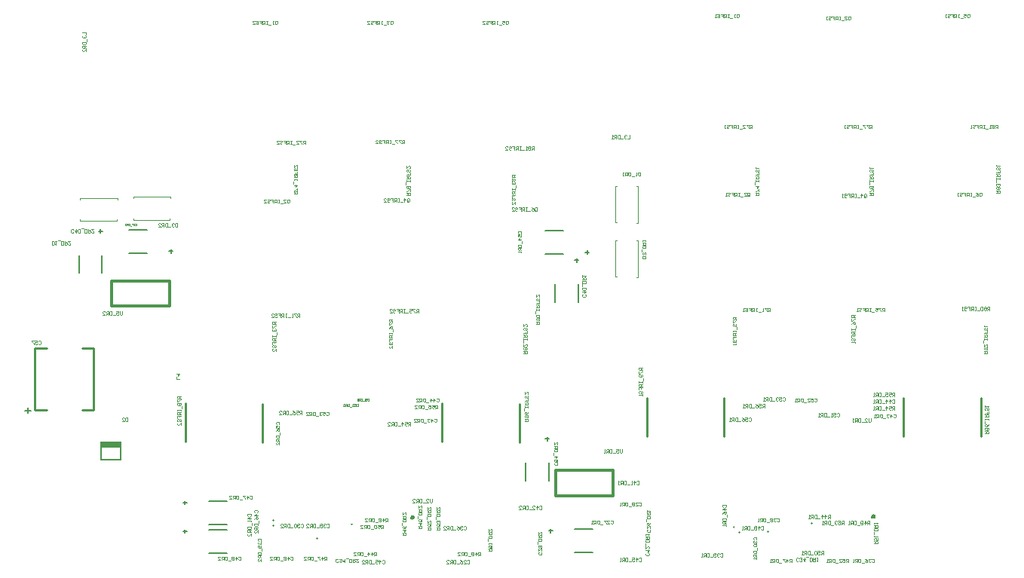
<source format=gbo>
G04 Layer_Color=32896*
%FSLAX25Y25*%
%MOIN*%
G70*
G01*
G75*
%ADD47C,0.01181*%
%ADD96C,0.01000*%
%ADD97C,0.00591*%
%ADD98C,0.00118*%
%ADD99C,0.00787*%
%ADD100C,0.00394*%
%ADD101C,0.00200*%
%ADD164C,0.02000*%
%ADD165R,0.09449X0.03150*%
D47*
X105350Y250000D02*
X130941D01*
X105350Y238800D02*
Y250000D01*
Y238800D02*
X130941D01*
Y250000D01*
X301559Y155000D02*
X327150D01*
X301559D02*
Y166200D01*
X327150D01*
Y155000D02*
Y166200D01*
D96*
X71500Y220200D02*
X76626D01*
X92374Y220100D02*
X97500D01*
X71500Y192900D02*
Y220200D01*
Y192900D02*
X76626D01*
X97500Y192800D02*
Y220100D01*
X92374Y192800D02*
X97500D01*
X251376Y178800D02*
Y195800D01*
X285576Y178700D02*
Y195700D01*
X455376Y181300D02*
Y198300D01*
X489576Y181200D02*
Y198200D01*
X341876Y181300D02*
Y198300D01*
X376076Y181200D02*
Y198200D01*
X137876Y178800D02*
Y195800D01*
X172076Y178700D02*
Y195700D01*
D97*
X67100Y192700D02*
X69700D01*
X68400Y191400D02*
Y194000D01*
X310900Y258300D02*
Y259900D01*
X310100Y259100D02*
X311700D01*
X131600Y262300D02*
Y263900D01*
X130800Y263100D02*
X132400D01*
X137731Y151064D02*
Y152664D01*
X136931Y151864D02*
X138531D01*
X137731Y138397D02*
Y139997D01*
X136931Y139197D02*
X138531D01*
X297100Y180100D02*
X298700D01*
X297900Y179300D02*
Y180900D01*
X315600Y261800D02*
Y263400D01*
X314800Y262600D02*
X316400D01*
X100400Y271190D02*
Y272790D01*
X99600Y271990D02*
X101200D01*
X299400Y138600D02*
Y140200D01*
X298600Y139400D02*
X300200D01*
D98*
X176400Y144100D02*
X177000D01*
X176700Y143800D02*
Y144400D01*
X379900Y141100D02*
X380500D01*
X380200Y140800D02*
Y141400D01*
X176500Y141900D02*
X177100D01*
X176800Y141600D02*
Y142200D01*
X382500Y138900D02*
X383100D01*
X382800Y138600D02*
Y139200D01*
X211000Y142400D02*
X211600D01*
X211300Y142100D02*
Y142700D01*
X414500Y142900D02*
X415100D01*
X414800Y142600D02*
Y143200D01*
X195900Y135900D02*
Y136500D01*
X195600Y136200D02*
X196200D01*
X395000Y139144D02*
X395600D01*
X395300Y138844D02*
Y139444D01*
D99*
X301382Y240618D02*
Y248492D01*
X311618Y240618D02*
Y248492D01*
X113118Y262382D02*
X120992D01*
X113118Y272618D02*
X120992D01*
X100669Y171000D02*
Y178500D01*
X109331Y171000D02*
Y178500D01*
X100669Y171000D02*
X109331D01*
X148339Y152582D02*
X156213D01*
X148339Y142346D02*
X156213D01*
X148339Y139915D02*
X156213D01*
X148339Y129679D02*
X156213D01*
X298618Y161618D02*
Y169492D01*
X288382Y161618D02*
Y169492D01*
X297118Y261882D02*
X304992D01*
X297118Y272118D02*
X304992D01*
X90882Y253508D02*
Y261382D01*
X101118Y253508D02*
Y261382D01*
X310008Y140118D02*
X317882D01*
X310008Y129882D02*
X317882D01*
D100*
X327900Y251900D02*
X328600D01*
X337400Y268000D02*
X338100D01*
Y251500D02*
Y268000D01*
X337400Y251500D02*
X338100D01*
X327900Y268000D02*
X328600D01*
X327900Y251900D02*
Y268000D01*
Y275900D02*
X328600D01*
X337400Y292000D02*
X338100D01*
Y275500D02*
Y292000D01*
X337400Y275500D02*
X338100D01*
X327900Y292000D02*
X328600D01*
X327900Y275900D02*
Y292000D01*
X107537Y276400D02*
Y277100D01*
X91437Y285900D02*
Y286600D01*
X107937D01*
Y285900D02*
Y286600D01*
X91437Y276400D02*
Y277100D01*
Y276400D02*
X107537D01*
X131100Y276900D02*
Y277600D01*
X115000Y286400D02*
Y287100D01*
X131500D01*
Y286400D02*
Y287100D01*
X115000Y276900D02*
Y277600D01*
Y276900D02*
X131100D01*
D101*
X92501Y360000D02*
X94000D01*
Y359000D01*
X92750Y358501D02*
X92501Y358251D01*
Y357751D01*
X92750Y357501D01*
X93000D01*
X93250Y357751D01*
Y358001D01*
Y357751D01*
X93500Y357501D01*
X93750D01*
X94000Y357751D01*
Y358251D01*
X93750Y358501D01*
X94250Y357001D02*
Y356001D01*
X92501Y355501D02*
X94000D01*
Y354752D01*
X93750Y354502D01*
X92750D01*
X92501Y354752D01*
Y355501D01*
X94000Y354002D02*
X92501D01*
Y353252D01*
X92750Y353002D01*
X93250D01*
X93500Y353252D01*
Y354002D01*
Y353502D02*
X94000Y353002D01*
Y351503D02*
Y352502D01*
X93000Y351503D01*
X92750D01*
X92501Y351753D01*
Y352253D01*
X92750Y352502D01*
X110000Y236500D02*
Y235250D01*
X109750Y235000D01*
X109250D01*
X109000Y235250D01*
Y236500D01*
X107501D02*
X108501D01*
Y235750D01*
X108001Y236000D01*
X107751D01*
X107501Y235750D01*
Y235250D01*
X107751Y235000D01*
X108251D01*
X108501Y235250D01*
X107001Y234750D02*
X106001D01*
X105501Y236500D02*
Y235000D01*
X104752D01*
X104502Y235250D01*
Y236250D01*
X104752Y236500D01*
X105501D01*
X104002Y235000D02*
Y236500D01*
X103252D01*
X103002Y236250D01*
Y235750D01*
X103252Y235500D01*
X104002D01*
X103502D02*
X103002Y235000D01*
X101503D02*
X102502D01*
X101503Y236000D01*
Y236250D01*
X101753Y236500D01*
X102252D01*
X102502Y236250D01*
X331000Y175499D02*
Y174250D01*
X330750Y174000D01*
X330250D01*
X330000Y174250D01*
Y175499D01*
X328501D02*
X329501D01*
Y174750D01*
X329001Y175000D01*
X328751D01*
X328501Y174750D01*
Y174250D01*
X328751Y174000D01*
X329251D01*
X329501Y174250D01*
X328001Y173750D02*
X327001D01*
X326501Y175499D02*
Y174000D01*
X325752D01*
X325502Y174250D01*
Y175250D01*
X325752Y175499D01*
X326501D01*
X325002Y174000D02*
Y175499D01*
X324252D01*
X324002Y175250D01*
Y174750D01*
X324252Y174500D01*
X325002D01*
X324502D02*
X324002Y174000D01*
X323502D02*
X323003D01*
X323253D01*
Y175499D01*
X323502Y175250D01*
X247000Y153499D02*
Y152250D01*
X246750Y152000D01*
X246250D01*
X246000Y152250D01*
Y153499D01*
X244501Y152000D02*
X245500D01*
X244501Y153000D01*
Y153250D01*
X244751Y153499D01*
X245251D01*
X245500Y153250D01*
X244001Y151750D02*
X243001D01*
X242501Y153499D02*
Y152000D01*
X241752D01*
X241502Y152250D01*
Y153250D01*
X241752Y153499D01*
X242501D01*
X241002Y152000D02*
Y153499D01*
X240252D01*
X240002Y153250D01*
Y152750D01*
X240252Y152500D01*
X241002D01*
X240502D02*
X240002Y152000D01*
X238503D02*
X239502D01*
X238503Y153000D01*
Y153250D01*
X238753Y153499D01*
X239252D01*
X239502Y153250D01*
X440900Y189199D02*
Y187950D01*
X440650Y187700D01*
X440150D01*
X439900Y187950D01*
Y189199D01*
X438401Y187700D02*
X439400D01*
X438401Y188700D01*
Y188950D01*
X438651Y189199D01*
X439151D01*
X439400Y188950D01*
X437901Y187450D02*
X436901D01*
X436401Y189199D02*
Y187700D01*
X435652D01*
X435402Y187950D01*
Y188950D01*
X435652Y189199D01*
X436401D01*
X434902Y187700D02*
Y189199D01*
X434152D01*
X433902Y188950D01*
Y188450D01*
X434152Y188200D01*
X434902D01*
X434402D02*
X433902Y187700D01*
X433402D02*
X432903D01*
X433152D01*
Y189199D01*
X433402Y188950D01*
X288000Y188000D02*
X289499D01*
Y188750D01*
X289250Y189000D01*
X288750D01*
X288500Y188750D01*
Y188000D01*
Y188500D02*
X288000Y189000D01*
X289250Y189499D02*
X289499Y189749D01*
Y190249D01*
X289250Y190499D01*
X289000D01*
X288750Y190249D01*
X288500Y190499D01*
X288250D01*
X288000Y190249D01*
Y189749D01*
X288250Y189499D01*
X288500D01*
X288750Y189749D01*
X289000Y189499D01*
X289250D01*
X288750Y189749D02*
Y190249D01*
X289499Y191999D02*
X289250Y191499D01*
X288750Y190999D01*
X288250D01*
X288000Y191249D01*
Y191749D01*
X288250Y191999D01*
X288500D01*
X288750Y191749D01*
Y190999D01*
X287750Y192499D02*
Y193498D01*
X289499Y193998D02*
Y194498D01*
Y194248D01*
X288000D01*
Y193998D01*
Y194498D01*
Y195248D02*
X289499D01*
Y195997D01*
X289250Y196247D01*
X288750D01*
X288500Y195997D01*
Y195248D01*
Y195747D02*
X288000Y196247D01*
X289499Y197747D02*
Y196747D01*
X288750D01*
Y197247D01*
Y196747D01*
X288000D01*
X289250Y199246D02*
X289499Y198996D01*
Y198497D01*
X289250Y198247D01*
X289000D01*
X288750Y198497D01*
Y198996D01*
X288500Y199246D01*
X288250D01*
X288000Y198996D01*
Y198497D01*
X288250Y198247D01*
X288000Y200746D02*
Y199746D01*
X289000Y200746D01*
X289250D01*
X289499Y200496D01*
Y199996D01*
X289250Y199746D01*
X491500Y182500D02*
X493000D01*
Y183250D01*
X492750Y183500D01*
X492250D01*
X492000Y183250D01*
Y182500D01*
Y183000D02*
X491500Y183500D01*
X492750Y184000D02*
X493000Y184249D01*
Y184749D01*
X492750Y184999D01*
X492500D01*
X492250Y184749D01*
X492000Y184999D01*
X491750D01*
X491500Y184749D01*
Y184249D01*
X491750Y184000D01*
X492000D01*
X492250Y184249D01*
X492500Y184000D01*
X492750D01*
X492250Y184249D02*
Y184749D01*
X493000Y186499D02*
X492750Y185999D01*
X492250Y185499D01*
X491750D01*
X491500Y185749D01*
Y186249D01*
X491750Y186499D01*
X492000D01*
X492250Y186249D01*
Y185499D01*
X491250Y186999D02*
Y187998D01*
X493000Y188498D02*
Y188998D01*
Y188748D01*
X491500D01*
Y188498D01*
Y188998D01*
Y189748D02*
X493000D01*
Y190497D01*
X492750Y190747D01*
X492250D01*
X492000Y190497D01*
Y189748D01*
Y190247D02*
X491500Y190747D01*
X493000Y192247D02*
Y191247D01*
X492250D01*
Y191747D01*
Y191247D01*
X491500D01*
X492750Y193746D02*
X493000Y193497D01*
Y192997D01*
X492750Y192747D01*
X492500D01*
X492250Y192997D01*
Y193497D01*
X492000Y193746D01*
X491750D01*
X491500Y193497D01*
Y192997D01*
X491750Y192747D01*
X491500Y194246D02*
Y194746D01*
Y194496D01*
X493000D01*
X492750Y194246D01*
X283756Y296756D02*
X282256D01*
Y296006D01*
X282506Y295756D01*
X283006D01*
X283256Y296006D01*
Y296756D01*
Y296256D02*
X283756Y295756D01*
X282506Y295256D02*
X282256Y295006D01*
Y294507D01*
X282506Y294257D01*
X282756D01*
X283006Y294507D01*
X283256Y294257D01*
X283506D01*
X283756Y294507D01*
Y295006D01*
X283506Y295256D01*
X283256D01*
X283006Y295006D01*
X282756Y295256D01*
X282506D01*
X283006Y295006D02*
Y294507D01*
X282506Y293757D02*
X282256Y293507D01*
Y293007D01*
X282506Y292757D01*
X282756D01*
X283006Y293007D01*
Y293257D01*
Y293007D01*
X283256Y292757D01*
X283506D01*
X283756Y293007D01*
Y293507D01*
X283506Y293757D01*
X284006Y292257D02*
Y291258D01*
X282256Y290758D02*
Y290258D01*
Y290508D01*
X283756D01*
Y290758D01*
Y290258D01*
Y289508D02*
X282256D01*
Y288758D01*
X282506Y288509D01*
X283006D01*
X283256Y288758D01*
Y289508D01*
Y289008D02*
X283756Y288509D01*
X282256Y287009D02*
Y288009D01*
X283006D01*
Y287509D01*
Y288009D01*
X283756D01*
X282506Y285509D02*
X282256Y285759D01*
Y286259D01*
X282506Y286509D01*
X282756D01*
X283006Y286259D01*
Y285759D01*
X283256Y285509D01*
X283506D01*
X283756Y285759D01*
Y286259D01*
X283506Y286509D01*
X283756Y284010D02*
Y285010D01*
X282756Y284010D01*
X282506D01*
X282256Y284260D01*
Y284760D01*
X282506Y285010D01*
X496500Y289000D02*
X497999D01*
Y289750D01*
X497750Y290000D01*
X497250D01*
X497000Y289750D01*
Y289000D01*
Y289500D02*
X496500Y290000D01*
X497750Y290499D02*
X497999Y290749D01*
Y291249D01*
X497750Y291499D01*
X497500D01*
X497250Y291249D01*
X497000Y291499D01*
X496750D01*
X496500Y291249D01*
Y290749D01*
X496750Y290499D01*
X497000D01*
X497250Y290749D01*
X497500Y290499D01*
X497750D01*
X497250Y290749D02*
Y291249D01*
X497750Y291999D02*
X497999Y292249D01*
Y292749D01*
X497750Y292999D01*
X497500D01*
X497250Y292749D01*
Y292499D01*
Y292749D01*
X497000Y292999D01*
X496750D01*
X496500Y292749D01*
Y292249D01*
X496750Y291999D01*
X496250Y293499D02*
Y294498D01*
X497999Y294998D02*
Y295498D01*
Y295248D01*
X496500D01*
Y294998D01*
Y295498D01*
Y296248D02*
X497999D01*
Y296997D01*
X497750Y297247D01*
X497250D01*
X497000Y296997D01*
Y296248D01*
Y296747D02*
X496500Y297247D01*
X497999Y298747D02*
Y297747D01*
X497250D01*
Y298247D01*
Y297747D01*
X496500D01*
X497750Y300246D02*
X497999Y299996D01*
Y299497D01*
X497750Y299247D01*
X497500D01*
X497250Y299497D01*
Y299996D01*
X497000Y300246D01*
X496750D01*
X496500Y299996D01*
Y299497D01*
X496750Y299247D01*
X496500Y300746D02*
Y301246D01*
Y300996D01*
X497999D01*
X497750Y300746D01*
X287500Y218000D02*
X289000D01*
Y218750D01*
X288750Y219000D01*
X288250D01*
X288000Y218750D01*
Y218000D01*
Y218500D02*
X287500Y219000D01*
X288750Y219499D02*
X289000Y219749D01*
Y220249D01*
X288750Y220499D01*
X288500D01*
X288250Y220249D01*
X288000Y220499D01*
X287750D01*
X287500Y220249D01*
Y219749D01*
X287750Y219499D01*
X288000D01*
X288250Y219749D01*
X288500Y219499D01*
X288750D01*
X288250Y219749D02*
Y220249D01*
X287500Y221999D02*
Y220999D01*
X288500Y221999D01*
X288750D01*
X289000Y221749D01*
Y221249D01*
X288750Y220999D01*
X287250Y222499D02*
Y223498D01*
X289000Y223998D02*
Y224498D01*
Y224248D01*
X287500D01*
Y223998D01*
Y224498D01*
Y225248D02*
X289000D01*
Y225997D01*
X288750Y226247D01*
X288250D01*
X288000Y225997D01*
Y225248D01*
Y225747D02*
X287500Y226247D01*
X289000Y227747D02*
Y226747D01*
X288250D01*
Y227247D01*
Y226747D01*
X287500D01*
X288750Y229246D02*
X289000Y228996D01*
Y228497D01*
X288750Y228247D01*
X288500D01*
X288250Y228497D01*
Y228996D01*
X288000Y229246D01*
X287750D01*
X287500Y228996D01*
Y228497D01*
X287750Y228247D01*
X287500Y230746D02*
Y229746D01*
X288500Y230746D01*
X288750D01*
X289000Y230496D01*
Y229996D01*
X288750Y229746D01*
X491000Y218000D02*
X492499D01*
Y218750D01*
X492250Y219000D01*
X491750D01*
X491500Y218750D01*
Y218000D01*
Y218500D02*
X491000Y219000D01*
X492250Y219499D02*
X492499Y219749D01*
Y220249D01*
X492250Y220499D01*
X492000D01*
X491750Y220249D01*
X491500Y220499D01*
X491250D01*
X491000Y220249D01*
Y219749D01*
X491250Y219499D01*
X491500D01*
X491750Y219749D01*
X492000Y219499D01*
X492250D01*
X491750Y219749D02*
Y220249D01*
X491000Y221999D02*
Y220999D01*
X492000Y221999D01*
X492250D01*
X492499Y221749D01*
Y221249D01*
X492250Y220999D01*
X490750Y222499D02*
Y223498D01*
X492499Y223998D02*
Y224498D01*
Y224248D01*
X491000D01*
Y223998D01*
Y224498D01*
Y225248D02*
X492499D01*
Y225997D01*
X492250Y226247D01*
X491750D01*
X491500Y225997D01*
Y225248D01*
Y225747D02*
X491000Y226247D01*
X492499Y227747D02*
Y226747D01*
X491750D01*
Y227247D01*
Y226747D01*
X491000D01*
X492250Y229246D02*
X492499Y228996D01*
Y228497D01*
X492250Y228247D01*
X492000D01*
X491750Y228497D01*
Y228996D01*
X491500Y229246D01*
X491250D01*
X491000Y228996D01*
Y228497D01*
X491250Y228247D01*
X491000Y229746D02*
Y230246D01*
Y229996D01*
X492499D01*
X492250Y229746D01*
X292000Y308000D02*
Y309500D01*
X291250D01*
X291000Y309250D01*
Y308750D01*
X291250Y308500D01*
X292000D01*
X291500D02*
X291000Y308000D01*
X290500Y309250D02*
X290251Y309500D01*
X289751D01*
X289501Y309250D01*
Y309000D01*
X289751Y308750D01*
X289501Y308500D01*
Y308250D01*
X289751Y308000D01*
X290251D01*
X290500Y308250D01*
Y308500D01*
X290251Y308750D01*
X290500Y309000D01*
Y309250D01*
X290251Y308750D02*
X289751D01*
X289001Y308000D02*
X288501D01*
X288751D01*
Y309500D01*
X289001Y309250D01*
X287751Y307750D02*
X286752D01*
X286252Y309500D02*
X285752D01*
X286002D01*
Y308000D01*
X286252D01*
X285752D01*
X285002D02*
Y309500D01*
X284253D01*
X284003Y309250D01*
Y308750D01*
X284253Y308500D01*
X285002D01*
X284502D02*
X284003Y308000D01*
X282503Y309500D02*
X283503D01*
Y308750D01*
X283003D01*
X283503D01*
Y308000D01*
X281003Y309250D02*
X281253Y309500D01*
X281753D01*
X282003Y309250D01*
Y309000D01*
X281753Y308750D01*
X281253D01*
X281003Y308500D01*
Y308250D01*
X281253Y308000D01*
X281753D01*
X282003Y308250D01*
X279504Y308000D02*
X280504D01*
X279504Y309000D01*
Y309250D01*
X279754Y309500D01*
X280254D01*
X280504Y309250D01*
X497000Y317500D02*
Y319000D01*
X496250D01*
X496000Y318750D01*
Y318250D01*
X496250Y318000D01*
X497000D01*
X496500D02*
X496000Y317500D01*
X495501Y318750D02*
X495251Y319000D01*
X494751D01*
X494501Y318750D01*
Y318500D01*
X494751Y318250D01*
X494501Y318000D01*
Y317750D01*
X494751Y317500D01*
X495251D01*
X495501Y317750D01*
Y318000D01*
X495251Y318250D01*
X495501Y318500D01*
Y318750D01*
X495251Y318250D02*
X494751D01*
X494001Y317500D02*
X493501D01*
X493751D01*
Y319000D01*
X494001Y318750D01*
X492751Y317250D02*
X491752D01*
X491252Y319000D02*
X490752D01*
X491002D01*
Y317500D01*
X491252D01*
X490752D01*
X490002D02*
Y319000D01*
X489253D01*
X489003Y318750D01*
Y318250D01*
X489253Y318000D01*
X490002D01*
X489502D02*
X489003Y317500D01*
X487503Y319000D02*
X488503D01*
Y318250D01*
X488003D01*
X488503D01*
Y317500D01*
X486003Y318750D02*
X486253Y319000D01*
X486753D01*
X487003Y318750D01*
Y318500D01*
X486753Y318250D01*
X486253D01*
X486003Y318000D01*
Y317750D01*
X486253Y317500D01*
X486753D01*
X487003Y317750D01*
X485504Y317500D02*
X485004D01*
X485254D01*
Y319000D01*
X485504Y318750D01*
X293000Y231000D02*
X294499D01*
Y231750D01*
X294250Y232000D01*
X293750D01*
X293500Y231750D01*
Y231000D01*
Y231500D02*
X293000Y232000D01*
X294250Y232500D02*
X294499Y232749D01*
Y233249D01*
X294250Y233499D01*
X294000D01*
X293750Y233249D01*
X293500Y233499D01*
X293250D01*
X293000Y233249D01*
Y232749D01*
X293250Y232500D01*
X293500D01*
X293750Y232749D01*
X294000Y232500D01*
X294250D01*
X293750Y232749D02*
Y233249D01*
X294250Y233999D02*
X294499Y234249D01*
Y234749D01*
X294250Y234999D01*
X293250D01*
X293000Y234749D01*
Y234249D01*
X293250Y233999D01*
X294250D01*
X292750Y235499D02*
Y236498D01*
X294499Y236998D02*
Y237498D01*
Y237248D01*
X293000D01*
Y236998D01*
Y237498D01*
Y238248D02*
X294499D01*
Y238997D01*
X294250Y239247D01*
X293750D01*
X293500Y238997D01*
Y238248D01*
Y238748D02*
X293000Y239247D01*
X294499Y240747D02*
Y239747D01*
X293750D01*
Y240247D01*
Y239747D01*
X293000D01*
X294250Y242246D02*
X294499Y241997D01*
Y241497D01*
X294250Y241247D01*
X294000D01*
X293750Y241497D01*
Y241997D01*
X293500Y242246D01*
X293250D01*
X293000Y241997D01*
Y241497D01*
X293250Y241247D01*
X293000Y243746D02*
Y242746D01*
X294000Y243746D01*
X294250D01*
X294499Y243496D01*
Y242996D01*
X294250Y242746D01*
X493500Y237000D02*
Y238499D01*
X492750D01*
X492500Y238250D01*
Y237750D01*
X492750Y237500D01*
X493500D01*
X493000D02*
X492500Y237000D01*
X492000Y238250D02*
X491751Y238499D01*
X491251D01*
X491001Y238250D01*
Y238000D01*
X491251Y237750D01*
X491001Y237500D01*
Y237250D01*
X491251Y237000D01*
X491751D01*
X492000Y237250D01*
Y237500D01*
X491751Y237750D01*
X492000Y238000D01*
Y238250D01*
X491751Y237750D02*
X491251D01*
X490501Y238250D02*
X490251Y238499D01*
X489751D01*
X489501Y238250D01*
Y237250D01*
X489751Y237000D01*
X490251D01*
X490501Y237250D01*
Y238250D01*
X489001Y236750D02*
X488002D01*
X487502Y238499D02*
X487002D01*
X487252D01*
Y237000D01*
X487502D01*
X487002D01*
X486252D02*
Y238499D01*
X485503D01*
X485253Y238250D01*
Y237750D01*
X485503Y237500D01*
X486252D01*
X485752D02*
X485253Y237000D01*
X483753Y238499D02*
X484753D01*
Y237750D01*
X484253D01*
X484753D01*
Y237000D01*
X482254Y238250D02*
X482504Y238499D01*
X483003D01*
X483253Y238250D01*
Y238000D01*
X483003Y237750D01*
X482504D01*
X482254Y237500D01*
Y237250D01*
X482504Y237000D01*
X483003D01*
X483253Y237250D01*
X481754Y237000D02*
X481254D01*
X481504D01*
Y238499D01*
X481754Y238250D01*
X136000Y199000D02*
X134501D01*
Y198250D01*
X134750Y198000D01*
X135250D01*
X135500Y198250D01*
Y199000D01*
Y198500D02*
X136000Y198000D01*
X134501Y197501D02*
Y196501D01*
X134750D01*
X135750Y197501D01*
X136000D01*
X135750Y196001D02*
X136000Y195751D01*
Y195251D01*
X135750Y195001D01*
X134750D01*
X134501Y195251D01*
Y195751D01*
X134750Y196001D01*
X135000D01*
X135250Y195751D01*
Y195001D01*
X136250Y194501D02*
Y193502D01*
X134501Y193002D02*
Y192502D01*
Y192752D01*
X136000D01*
Y193002D01*
Y192502D01*
Y191752D02*
X134501D01*
Y191003D01*
X134750Y190753D01*
X135250D01*
X135500Y191003D01*
Y191752D01*
Y191253D02*
X136000Y190753D01*
X134501Y189253D02*
Y190253D01*
X135250D01*
Y189753D01*
Y190253D01*
X136000D01*
X134750Y187754D02*
X134501Y188004D01*
Y188503D01*
X134750Y188753D01*
X135000D01*
X135250Y188503D01*
Y188004D01*
X135500Y187754D01*
X135750D01*
X136000Y188004D01*
Y188503D01*
X135750Y188753D01*
X136000Y186254D02*
Y187254D01*
X135000Y186254D01*
X134750D01*
X134501Y186504D01*
Y187004D01*
X134750Y187254D01*
X340000Y211500D02*
X338500D01*
Y210750D01*
X338750Y210500D01*
X339250D01*
X339500Y210750D01*
Y211500D01*
Y211000D02*
X340000Y210500D01*
X338500Y210000D02*
Y209001D01*
X338750D01*
X339750Y210000D01*
X340000D01*
X339750Y208501D02*
X340000Y208251D01*
Y207751D01*
X339750Y207501D01*
X338750D01*
X338500Y207751D01*
Y208251D01*
X338750Y208501D01*
X339000D01*
X339250Y208251D01*
Y207501D01*
X340250Y207001D02*
Y206002D01*
X338500Y205502D02*
Y205002D01*
Y205252D01*
X340000D01*
Y205502D01*
Y205002D01*
Y204252D02*
X338500D01*
Y203503D01*
X338750Y203253D01*
X339250D01*
X339500Y203503D01*
Y204252D01*
Y203752D02*
X340000Y203253D01*
X338500Y201753D02*
Y202753D01*
X339250D01*
Y202253D01*
Y202753D01*
X340000D01*
X338750Y200254D02*
X338500Y200503D01*
Y201003D01*
X338750Y201253D01*
X339000D01*
X339250Y201003D01*
Y200503D01*
X339500Y200254D01*
X339750D01*
X340000Y200503D01*
Y201003D01*
X339750Y201253D01*
X340000Y199754D02*
Y199254D01*
Y199504D01*
X338500D01*
X338750Y199754D01*
X235756Y288012D02*
X237255D01*
Y288762D01*
X237005Y289012D01*
X236506D01*
X236256Y288762D01*
Y288012D01*
Y288512D02*
X235756Y289012D01*
X237255Y289511D02*
Y290511D01*
X237005D01*
X236006Y289511D01*
X235756D01*
X237005Y291011D02*
X237255Y291261D01*
Y291761D01*
X237005Y292010D01*
X236756D01*
X236506Y291761D01*
X236256Y292010D01*
X236006D01*
X235756Y291761D01*
Y291261D01*
X236006Y291011D01*
X236256D01*
X236506Y291261D01*
X236756Y291011D01*
X237005D01*
X236506Y291261D02*
Y291761D01*
X235506Y292510D02*
Y293510D01*
X237255Y294010D02*
Y294510D01*
Y294260D01*
X235756D01*
Y294010D01*
Y294510D01*
Y295259D02*
X237255D01*
Y296009D01*
X237005Y296259D01*
X236506D01*
X236256Y296009D01*
Y295259D01*
Y295759D02*
X235756Y296259D01*
X237255Y297759D02*
Y296759D01*
X236506D01*
Y297259D01*
Y296759D01*
X235756D01*
X237005Y299258D02*
X237255Y299008D01*
Y298508D01*
X237005Y298258D01*
X236756D01*
X236506Y298508D01*
Y299008D01*
X236256Y299258D01*
X236006D01*
X235756Y299008D01*
Y298508D01*
X236006Y298258D01*
X235756Y300758D02*
Y299758D01*
X236756Y300758D01*
X237005D01*
X237255Y300508D01*
Y300008D01*
X237005Y299758D01*
X440500Y288000D02*
X441999D01*
Y288750D01*
X441750Y289000D01*
X441250D01*
X441000Y288750D01*
Y288000D01*
Y288500D02*
X440500Y289000D01*
X441999Y289499D02*
Y290499D01*
X441750D01*
X440750Y289499D01*
X440500D01*
X441750Y290999D02*
X441999Y291249D01*
Y291749D01*
X441750Y291999D01*
X441500D01*
X441250Y291749D01*
X441000Y291999D01*
X440750D01*
X440500Y291749D01*
Y291249D01*
X440750Y290999D01*
X441000D01*
X441250Y291249D01*
X441500Y290999D01*
X441750D01*
X441250Y291249D02*
Y291749D01*
X440250Y292499D02*
Y293498D01*
X441999Y293998D02*
Y294498D01*
Y294248D01*
X440500D01*
Y293998D01*
Y294498D01*
Y295248D02*
X441999D01*
Y295997D01*
X441750Y296247D01*
X441250D01*
X441000Y295997D01*
Y295248D01*
Y295747D02*
X440500Y296247D01*
X441999Y297747D02*
Y296747D01*
X441250D01*
Y297247D01*
Y296747D01*
X440500D01*
X441750Y299246D02*
X441999Y298996D01*
Y298497D01*
X441750Y298247D01*
X441500D01*
X441250Y298497D01*
Y298996D01*
X441000Y299246D01*
X440750D01*
X440500Y298996D01*
Y298497D01*
X440750Y298247D01*
X440500Y299746D02*
Y300246D01*
Y299996D01*
X441999D01*
X441750Y299746D01*
X234844Y310800D02*
Y312299D01*
X234094D01*
X233844Y312050D01*
Y311550D01*
X234094Y311300D01*
X234844D01*
X234344D02*
X233844Y310800D01*
X233345Y312299D02*
X232345D01*
Y312050D01*
X233345Y311050D01*
Y310800D01*
X231845Y312299D02*
X230845D01*
Y312050D01*
X231845Y311050D01*
Y310800D01*
X230346Y310550D02*
X229346D01*
X228846Y312299D02*
X228346D01*
X228596D01*
Y310800D01*
X228846D01*
X228346D01*
X227596D02*
Y312299D01*
X226847D01*
X226597Y312050D01*
Y311550D01*
X226847Y311300D01*
X227596D01*
X227097D02*
X226597Y310800D01*
X225097Y312299D02*
X226097D01*
Y311550D01*
X225597D01*
X226097D01*
Y310800D01*
X223598Y312050D02*
X223848Y312299D01*
X224347D01*
X224597Y312050D01*
Y311800D01*
X224347Y311550D01*
X223848D01*
X223598Y311300D01*
Y311050D01*
X223848Y310800D01*
X224347D01*
X224597Y311050D01*
X222098Y310800D02*
X223098D01*
X222098Y311800D01*
Y312050D01*
X222348Y312299D01*
X222848D01*
X223098Y312050D01*
X441500Y317500D02*
Y319000D01*
X440750D01*
X440500Y318750D01*
Y318250D01*
X440750Y318000D01*
X441500D01*
X441000D02*
X440500Y317500D01*
X440000Y319000D02*
X439001D01*
Y318750D01*
X440000Y317750D01*
Y317500D01*
X438501Y319000D02*
X437501D01*
Y318750D01*
X438501Y317750D01*
Y317500D01*
X437001Y317250D02*
X436002D01*
X435502Y319000D02*
X435002D01*
X435252D01*
Y317500D01*
X435502D01*
X435002D01*
X434252D02*
Y319000D01*
X433503D01*
X433253Y318750D01*
Y318250D01*
X433503Y318000D01*
X434252D01*
X433752D02*
X433253Y317500D01*
X431753Y319000D02*
X432753D01*
Y318250D01*
X432253D01*
X432753D01*
Y317500D01*
X430254Y318750D02*
X430504Y319000D01*
X431003D01*
X431253Y318750D01*
Y318500D01*
X431003Y318250D01*
X430504D01*
X430254Y318000D01*
Y317750D01*
X430504Y317500D01*
X431003D01*
X431253Y317750D01*
X429754Y317500D02*
X429254D01*
X429504D01*
Y319000D01*
X429754Y318750D01*
X229500Y233000D02*
X228000D01*
Y232250D01*
X228250Y232000D01*
X228750D01*
X229000Y232250D01*
Y233000D01*
Y232500D02*
X229500Y232000D01*
X228000Y231501D02*
Y230501D01*
X228250D01*
X229250Y231501D01*
X229500D01*
X228000Y229001D02*
X228250Y229501D01*
X228750Y230001D01*
X229250D01*
X229500Y229751D01*
Y229251D01*
X229250Y229001D01*
X229000D01*
X228750Y229251D01*
Y230001D01*
X229750Y228501D02*
Y227502D01*
X228000Y227002D02*
Y226502D01*
Y226752D01*
X229500D01*
Y227002D01*
Y226502D01*
Y225752D02*
X228000D01*
Y225003D01*
X228250Y224753D01*
X228750D01*
X229000Y225003D01*
Y225752D01*
Y225253D02*
X229500Y224753D01*
X228000Y223253D02*
Y224253D01*
X228750D01*
Y223753D01*
Y224253D01*
X229500D01*
X228250Y221754D02*
X228000Y222004D01*
Y222503D01*
X228250Y222753D01*
X228500D01*
X228750Y222503D01*
Y222004D01*
X229000Y221754D01*
X229250D01*
X229500Y222004D01*
Y222503D01*
X229250Y222753D01*
X229500Y220254D02*
Y221254D01*
X228500Y220254D01*
X228250D01*
X228000Y220504D01*
Y221004D01*
X228250Y221254D01*
X434000Y234744D02*
X432501D01*
Y233994D01*
X432750Y233744D01*
X433250D01*
X433500Y233994D01*
Y234744D01*
Y234244D02*
X434000Y233744D01*
X432501Y233245D02*
Y232245D01*
X432750D01*
X433750Y233245D01*
X434000D01*
X432501Y230745D02*
X432750Y231245D01*
X433250Y231745D01*
X433750D01*
X434000Y231495D01*
Y230995D01*
X433750Y230745D01*
X433500D01*
X433250Y230995D01*
Y231745D01*
X434250Y230245D02*
Y229246D01*
X432501Y228746D02*
Y228246D01*
Y228496D01*
X434000D01*
Y228746D01*
Y228246D01*
Y227496D02*
X432501D01*
Y226747D01*
X432750Y226497D01*
X433250D01*
X433500Y226747D01*
Y227496D01*
Y226997D02*
X434000Y226497D01*
X432501Y224997D02*
Y225997D01*
X433250D01*
Y225497D01*
Y225997D01*
X434000D01*
X432750Y223498D02*
X432501Y223748D01*
Y224247D01*
X432750Y224497D01*
X433000D01*
X433250Y224247D01*
Y223748D01*
X433500Y223498D01*
X433750D01*
X434000Y223748D01*
Y224247D01*
X433750Y224497D01*
X434000Y222998D02*
Y222498D01*
Y222748D01*
X432501D01*
X432750Y222998D01*
X241000Y236000D02*
Y237499D01*
X240250D01*
X240000Y237250D01*
Y236750D01*
X240250Y236500D01*
X241000D01*
X240500D02*
X240000Y236000D01*
X239500Y237499D02*
X238501D01*
Y237250D01*
X239500Y236250D01*
Y236000D01*
X237001Y237499D02*
X238001D01*
Y236750D01*
X237501Y237000D01*
X237251D01*
X237001Y236750D01*
Y236250D01*
X237251Y236000D01*
X237751D01*
X238001Y236250D01*
X236501Y235750D02*
X235502D01*
X235002Y237499D02*
X234502D01*
X234752D01*
Y236000D01*
X235002D01*
X234502D01*
X233752D02*
Y237499D01*
X233003D01*
X232753Y237250D01*
Y236750D01*
X233003Y236500D01*
X233752D01*
X233253D02*
X232753Y236000D01*
X231253Y237499D02*
X232253D01*
Y236750D01*
X231753D01*
X232253D01*
Y236000D01*
X229754Y237250D02*
X230003Y237499D01*
X230503D01*
X230753Y237250D01*
Y237000D01*
X230503Y236750D01*
X230003D01*
X229754Y236500D01*
Y236250D01*
X230003Y236000D01*
X230503D01*
X230753Y236250D01*
X228254Y236000D02*
X229254D01*
X228254Y237000D01*
Y237250D01*
X228504Y237499D01*
X229004D01*
X229254Y237250D01*
X447000Y236500D02*
Y238000D01*
X446250D01*
X446000Y237750D01*
Y237250D01*
X446250Y237000D01*
X447000D01*
X446500D02*
X446000Y236500D01*
X445501Y238000D02*
X444501D01*
Y237750D01*
X445501Y236750D01*
Y236500D01*
X443001Y238000D02*
X444001D01*
Y237250D01*
X443501Y237500D01*
X443251D01*
X443001Y237250D01*
Y236750D01*
X443251Y236500D01*
X443751D01*
X444001Y236750D01*
X442501Y236250D02*
X441502D01*
X441002Y238000D02*
X440502D01*
X440752D01*
Y236500D01*
X441002D01*
X440502D01*
X439752D02*
Y238000D01*
X439003D01*
X438753Y237750D01*
Y237250D01*
X439003Y237000D01*
X439752D01*
X439253D02*
X438753Y236500D01*
X437253Y238000D02*
X438253D01*
Y237250D01*
X437753D01*
X438253D01*
Y236500D01*
X435754Y237750D02*
X436003Y238000D01*
X436503D01*
X436753Y237750D01*
Y237500D01*
X436503Y237250D01*
X436003D01*
X435754Y237000D01*
Y236750D01*
X436003Y236500D01*
X436503D01*
X436753Y236750D01*
X435254Y236500D02*
X434754D01*
X435004D01*
Y238000D01*
X435254Y237750D01*
X186000Y288500D02*
X187499D01*
Y289250D01*
X187250Y289500D01*
X186750D01*
X186500Y289250D01*
Y288500D01*
Y289000D02*
X186000Y289500D01*
X187499Y290000D02*
Y290999D01*
X187250D01*
X186250Y290000D01*
X186000D01*
Y292249D02*
X187499D01*
X186750Y291499D01*
Y292499D01*
X185750Y292999D02*
Y293998D01*
X187499Y294498D02*
Y294998D01*
Y294748D01*
X186000D01*
Y294498D01*
Y294998D01*
Y295748D02*
X187499D01*
Y296497D01*
X187250Y296747D01*
X186750D01*
X186500Y296497D01*
Y295748D01*
Y296248D02*
X186000Y296747D01*
X187499Y298247D02*
Y297247D01*
X186750D01*
Y297747D01*
Y297247D01*
X186000D01*
X187250Y299746D02*
X187499Y299497D01*
Y298997D01*
X187250Y298747D01*
X187000D01*
X186750Y298997D01*
Y299497D01*
X186500Y299746D01*
X186250D01*
X186000Y299497D01*
Y298997D01*
X186250Y298747D01*
X186000Y301246D02*
Y300246D01*
X187000Y301246D01*
X187250D01*
X187499Y300996D01*
Y300496D01*
X187250Y300246D01*
X390000Y288000D02*
X391499D01*
Y288750D01*
X391250Y289000D01*
X390750D01*
X390500Y288750D01*
Y288000D01*
Y288500D02*
X390000Y289000D01*
X391499Y289499D02*
Y290499D01*
X391250D01*
X390250Y289499D01*
X390000D01*
Y291749D02*
X391499D01*
X390750Y290999D01*
Y291999D01*
X389750Y292499D02*
Y293498D01*
X391499Y293998D02*
Y294498D01*
Y294248D01*
X390000D01*
Y293998D01*
Y294498D01*
Y295248D02*
X391499D01*
Y295997D01*
X391250Y296247D01*
X390750D01*
X390500Y295997D01*
Y295248D01*
Y295747D02*
X390000Y296247D01*
X391499Y297747D02*
Y296747D01*
X390750D01*
Y297247D01*
Y296747D01*
X390000D01*
X391250Y299246D02*
X391499Y298996D01*
Y298497D01*
X391250Y298247D01*
X391000D01*
X390750Y298497D01*
Y298996D01*
X390500Y299246D01*
X390250D01*
X390000Y298996D01*
Y298497D01*
X390250Y298247D01*
X390000Y299746D02*
Y300246D01*
Y299996D01*
X391499D01*
X391250Y299746D01*
X178000Y231744D02*
X176500D01*
Y230994D01*
X176750Y230744D01*
X177250D01*
X177500Y230994D01*
Y231744D01*
Y231244D02*
X178000Y230744D01*
X176500Y230245D02*
Y229245D01*
X176750D01*
X177750Y230245D01*
X178000D01*
X176750Y228745D02*
X176500Y228495D01*
Y227995D01*
X176750Y227745D01*
X177000D01*
X177250Y227995D01*
Y228245D01*
Y227995D01*
X177500Y227745D01*
X177750D01*
X178000Y227995D01*
Y228495D01*
X177750Y228745D01*
X178250Y227245D02*
Y226246D01*
X176500Y225746D02*
Y225246D01*
Y225496D01*
X178000D01*
Y225746D01*
Y225246D01*
Y224496D02*
X176500D01*
Y223747D01*
X176750Y223497D01*
X177250D01*
X177500Y223747D01*
Y224496D01*
Y223997D02*
X178000Y223497D01*
X176500Y221997D02*
Y222997D01*
X177250D01*
Y222497D01*
Y222997D01*
X178000D01*
X176750Y220498D02*
X176500Y220748D01*
Y221248D01*
X176750Y221497D01*
X177000D01*
X177250Y221248D01*
Y220748D01*
X177500Y220498D01*
X177750D01*
X178000Y220748D01*
Y221248D01*
X177750Y221497D01*
X178000Y218998D02*
Y219998D01*
X177000Y218998D01*
X176750D01*
X176500Y219248D01*
Y219748D01*
X176750Y219998D01*
X381500Y234000D02*
X380000D01*
Y233250D01*
X380250Y233000D01*
X380750D01*
X381000Y233250D01*
Y234000D01*
Y233500D02*
X381500Y233000D01*
X380000Y232501D02*
Y231501D01*
X380250D01*
X381250Y232501D01*
X381500D01*
X380250Y231001D02*
X380000Y230751D01*
Y230251D01*
X380250Y230001D01*
X380500D01*
X380750Y230251D01*
Y230501D01*
Y230251D01*
X381000Y230001D01*
X381250D01*
X381500Y230251D01*
Y230751D01*
X381250Y231001D01*
X381750Y229501D02*
Y228502D01*
X380000Y228002D02*
Y227502D01*
Y227752D01*
X381500D01*
Y228002D01*
Y227502D01*
Y226752D02*
X380000D01*
Y226003D01*
X380250Y225753D01*
X380750D01*
X381000Y226003D01*
Y226752D01*
Y226253D02*
X381500Y225753D01*
X380000Y224253D02*
Y225253D01*
X380750D01*
Y224753D01*
Y225253D01*
X381500D01*
X380250Y222754D02*
X380000Y223004D01*
Y223503D01*
X380250Y223753D01*
X380500D01*
X380750Y223503D01*
Y223004D01*
X381000Y222754D01*
X381250D01*
X381500Y223004D01*
Y223503D01*
X381250Y223753D01*
X381500Y222254D02*
Y221754D01*
Y222004D01*
X380000D01*
X380250Y222254D01*
X191000Y310500D02*
Y312000D01*
X190250D01*
X190000Y311750D01*
Y311250D01*
X190250Y311000D01*
X191000D01*
X190500D02*
X190000Y310500D01*
X189500Y312000D02*
X188501D01*
Y311750D01*
X189500Y310750D01*
Y310500D01*
X187001D02*
X188001D01*
X187001Y311500D01*
Y311750D01*
X187251Y312000D01*
X187751D01*
X188001Y311750D01*
X186501Y310250D02*
X185502D01*
X185002Y312000D02*
X184502D01*
X184752D01*
Y310500D01*
X185002D01*
X184502D01*
X183752D02*
Y312000D01*
X183003D01*
X182753Y311750D01*
Y311250D01*
X183003Y311000D01*
X183752D01*
X183253D02*
X182753Y310500D01*
X181253Y312000D02*
X182253D01*
Y311250D01*
X181753D01*
X182253D01*
Y310500D01*
X179754Y311750D02*
X180003Y312000D01*
X180503D01*
X180753Y311750D01*
Y311500D01*
X180503Y311250D01*
X180003D01*
X179754Y311000D01*
Y310750D01*
X180003Y310500D01*
X180503D01*
X180753Y310750D01*
X178254Y310500D02*
X179254D01*
X178254Y311500D01*
Y311750D01*
X178504Y312000D01*
X179004D01*
X179254Y311750D01*
X388500Y317500D02*
Y319000D01*
X387750D01*
X387500Y318750D01*
Y318250D01*
X387750Y318000D01*
X388500D01*
X388000D02*
X387500Y317500D01*
X387000Y319000D02*
X386001D01*
Y318750D01*
X387000Y317750D01*
Y317500D01*
X384501D02*
X385501D01*
X384501Y318500D01*
Y318750D01*
X384751Y319000D01*
X385251D01*
X385501Y318750D01*
X384001Y317250D02*
X383002D01*
X382502Y319000D02*
X382002D01*
X382252D01*
Y317500D01*
X382502D01*
X382002D01*
X381252D02*
Y319000D01*
X380503D01*
X380253Y318750D01*
Y318250D01*
X380503Y318000D01*
X381252D01*
X380752D02*
X380253Y317500D01*
X378753Y319000D02*
X379753D01*
Y318250D01*
X379253D01*
X379753D01*
Y317500D01*
X377254Y318750D02*
X377503Y319000D01*
X378003D01*
X378253Y318750D01*
Y318500D01*
X378003Y318250D01*
X377503D01*
X377254Y318000D01*
Y317750D01*
X377503Y317500D01*
X378003D01*
X378253Y317750D01*
X376754Y317500D02*
X376254D01*
X376504D01*
Y319000D01*
X376754Y318750D01*
X188500Y234000D02*
Y235500D01*
X187750D01*
X187500Y235250D01*
Y234750D01*
X187750Y234500D01*
X188500D01*
X188000D02*
X187500Y234000D01*
X187001Y235500D02*
X186001D01*
Y235250D01*
X187001Y234250D01*
Y234000D01*
X185501D02*
X185001D01*
X185251D01*
Y235500D01*
X185501Y235250D01*
X184251Y233750D02*
X183252D01*
X182752Y235500D02*
X182252D01*
X182502D01*
Y234000D01*
X182752D01*
X182252D01*
X181502D02*
Y235500D01*
X180753D01*
X180503Y235250D01*
Y234750D01*
X180753Y234500D01*
X181502D01*
X181002D02*
X180503Y234000D01*
X179003Y235500D02*
X180003D01*
Y234750D01*
X179503D01*
X180003D01*
Y234000D01*
X177504Y235250D02*
X177753Y235500D01*
X178253D01*
X178503Y235250D01*
Y235000D01*
X178253Y234750D01*
X177753D01*
X177504Y234500D01*
Y234250D01*
X177753Y234000D01*
X178253D01*
X178503Y234250D01*
X176004Y234000D02*
X177004D01*
X176004Y235000D01*
Y235250D01*
X176254Y235500D01*
X176754D01*
X177004Y235250D01*
X396500Y236500D02*
Y238000D01*
X395750D01*
X395500Y237750D01*
Y237250D01*
X395750Y237000D01*
X396500D01*
X396000D02*
X395500Y236500D01*
X395001Y238000D02*
X394001D01*
Y237750D01*
X395001Y236750D01*
Y236500D01*
X393501D02*
X393001D01*
X393251D01*
Y238000D01*
X393501Y237750D01*
X392251Y236250D02*
X391252D01*
X390752Y238000D02*
X390252D01*
X390502D01*
Y236500D01*
X390752D01*
X390252D01*
X389502D02*
Y238000D01*
X388753D01*
X388503Y237750D01*
Y237250D01*
X388753Y237000D01*
X389502D01*
X389002D02*
X388503Y236500D01*
X387003Y238000D02*
X388003D01*
Y237250D01*
X387503D01*
X388003D01*
Y236500D01*
X385504Y237750D02*
X385753Y238000D01*
X386253D01*
X386503Y237750D01*
Y237500D01*
X386253Y237250D01*
X385753D01*
X385504Y237000D01*
Y236750D01*
X385753Y236500D01*
X386253D01*
X386503Y236750D01*
X385004Y236500D02*
X384504D01*
X384754D01*
Y238000D01*
X385004Y237750D01*
X189500Y191000D02*
Y192499D01*
X188750D01*
X188500Y192250D01*
Y191750D01*
X188750Y191500D01*
X189500D01*
X189000D02*
X188500Y191000D01*
X187001Y192499D02*
X188001D01*
Y191750D01*
X187501Y192000D01*
X187251D01*
X187001Y191750D01*
Y191250D01*
X187251Y191000D01*
X187751D01*
X188001Y191250D01*
X185501Y192499D02*
X186001Y192250D01*
X186501Y191750D01*
Y191250D01*
X186251Y191000D01*
X185751D01*
X185501Y191250D01*
Y191500D01*
X185751Y191750D01*
X186501D01*
X185001Y190750D02*
X184002D01*
X183502Y192499D02*
Y191000D01*
X182752D01*
X182502Y191250D01*
Y192250D01*
X182752Y192499D01*
X183502D01*
X182002Y191000D02*
Y192499D01*
X181253D01*
X181003Y192250D01*
Y191750D01*
X181253Y191500D01*
X182002D01*
X181503D02*
X181003Y191000D01*
X179503D02*
X180503D01*
X179503Y192000D01*
Y192250D01*
X179753Y192499D01*
X180253D01*
X180503Y192250D01*
X394000Y194000D02*
Y195500D01*
X393250D01*
X393000Y195250D01*
Y194750D01*
X393250Y194500D01*
X394000D01*
X393500D02*
X393000Y194000D01*
X391501Y195500D02*
X392500D01*
Y194750D01*
X392001Y195000D01*
X391751D01*
X391501Y194750D01*
Y194250D01*
X391751Y194000D01*
X392251D01*
X392500Y194250D01*
X390001Y195500D02*
X390501Y195250D01*
X391001Y194750D01*
Y194250D01*
X390751Y194000D01*
X390251D01*
X390001Y194250D01*
Y194500D01*
X390251Y194750D01*
X391001D01*
X389501Y193750D02*
X388502D01*
X388002Y195500D02*
Y194000D01*
X387252D01*
X387002Y194250D01*
Y195250D01*
X387252Y195500D01*
X388002D01*
X386502Y194000D02*
Y195500D01*
X385753D01*
X385503Y195250D01*
Y194750D01*
X385753Y194500D01*
X386502D01*
X386003D02*
X385503Y194000D01*
X385003D02*
X384503D01*
X384753D01*
Y195500D01*
X385003Y195250D01*
X249500Y193500D02*
Y195000D01*
X248750D01*
X248500Y194750D01*
Y194250D01*
X248750Y194000D01*
X249500D01*
X249000D02*
X248500Y193500D01*
X247001Y195000D02*
X248001D01*
Y194250D01*
X247501Y194500D01*
X247251D01*
X247001Y194250D01*
Y193750D01*
X247251Y193500D01*
X247751D01*
X248001Y193750D01*
X245501Y195000D02*
X246501D01*
Y194250D01*
X246001Y194500D01*
X245751D01*
X245501Y194250D01*
Y193750D01*
X245751Y193500D01*
X246251D01*
X246501Y193750D01*
X245001Y193250D02*
X244002D01*
X243502Y195000D02*
Y193500D01*
X242752D01*
X242502Y193750D01*
Y194750D01*
X242752Y195000D01*
X243502D01*
X242002Y193500D02*
Y195000D01*
X241253D01*
X241003Y194750D01*
Y194250D01*
X241253Y194000D01*
X242002D01*
X241503D02*
X241003Y193500D01*
X239503D02*
X240503D01*
X239503Y194500D01*
Y194750D01*
X239753Y195000D01*
X240253D01*
X240503Y194750D01*
X451500Y199000D02*
Y200500D01*
X450750D01*
X450500Y200250D01*
Y199750D01*
X450750Y199500D01*
X451500D01*
X451000D02*
X450500Y199000D01*
X449001Y200500D02*
X450000D01*
Y199750D01*
X449501Y200000D01*
X449251D01*
X449001Y199750D01*
Y199250D01*
X449251Y199000D01*
X449751D01*
X450000Y199250D01*
X447501Y200500D02*
X448501D01*
Y199750D01*
X448001Y200000D01*
X447751D01*
X447501Y199750D01*
Y199250D01*
X447751Y199000D01*
X448251D01*
X448501Y199250D01*
X447001Y198750D02*
X446002D01*
X445502Y200500D02*
Y199000D01*
X444752D01*
X444502Y199250D01*
Y200250D01*
X444752Y200500D01*
X445502D01*
X444002Y199000D02*
Y200500D01*
X443253D01*
X443003Y200250D01*
Y199750D01*
X443253Y199500D01*
X444002D01*
X443503D02*
X443003Y199000D01*
X442503D02*
X442003D01*
X442253D01*
Y200500D01*
X442503Y200250D01*
X237500Y186000D02*
Y187499D01*
X236750D01*
X236500Y187250D01*
Y186750D01*
X236750Y186500D01*
X237500D01*
X237000D02*
X236500Y186000D01*
X235001Y187499D02*
X236000D01*
Y186750D01*
X235501Y187000D01*
X235251D01*
X235001Y186750D01*
Y186250D01*
X235251Y186000D01*
X235751D01*
X236000Y186250D01*
X233751Y186000D02*
Y187499D01*
X234501Y186750D01*
X233501D01*
X233001Y185750D02*
X232002D01*
X231502Y187499D02*
Y186000D01*
X230752D01*
X230502Y186250D01*
Y187250D01*
X230752Y187499D01*
X231502D01*
X230002Y186000D02*
Y187499D01*
X229253D01*
X229003Y187250D01*
Y186750D01*
X229253Y186500D01*
X230002D01*
X229503D02*
X229003Y186000D01*
X227503D02*
X228503D01*
X227503Y187000D01*
Y187250D01*
X227753Y187499D01*
X228253D01*
X228503Y187250D01*
X451500Y193000D02*
Y194500D01*
X450750D01*
X450500Y194250D01*
Y193750D01*
X450750Y193500D01*
X451500D01*
X451000D02*
X450500Y193000D01*
X449001Y194500D02*
X450000D01*
Y193750D01*
X449501Y194000D01*
X449251D01*
X449001Y193750D01*
Y193250D01*
X449251Y193000D01*
X449751D01*
X450000Y193250D01*
X447751Y193000D02*
Y194500D01*
X448501Y193750D01*
X447501D01*
X447001Y192750D02*
X446002D01*
X445502Y194500D02*
Y193000D01*
X444752D01*
X444502Y193250D01*
Y194250D01*
X444752Y194500D01*
X445502D01*
X444002Y193000D02*
Y194500D01*
X443253D01*
X443003Y194250D01*
Y193750D01*
X443253Y193500D01*
X444002D01*
X443503D02*
X443003Y193000D01*
X442503D02*
X442003D01*
X442253D01*
Y194500D01*
X442503Y194250D01*
X249000Y140000D02*
X250500D01*
Y140750D01*
X250250Y141000D01*
X249750D01*
X249500Y140750D01*
Y140000D01*
Y140500D02*
X249000Y141000D01*
X250500Y142499D02*
Y141499D01*
X249750D01*
X250000Y141999D01*
Y142249D01*
X249750Y142499D01*
X249250D01*
X249000Y142249D01*
Y141749D01*
X249250Y141499D01*
X250250Y142999D02*
X250500Y143249D01*
Y143749D01*
X250250Y143999D01*
X250000D01*
X249750Y143749D01*
Y143499D01*
Y143749D01*
X249500Y143999D01*
X249250D01*
X249000Y143749D01*
Y143249D01*
X249250Y142999D01*
X248750Y144499D02*
Y145498D01*
X250500Y145998D02*
X249000D01*
Y146748D01*
X249250Y146998D01*
X250250D01*
X250500Y146748D01*
Y145998D01*
X249000Y147498D02*
X250500D01*
Y148247D01*
X250250Y148497D01*
X249750D01*
X249500Y148247D01*
Y147498D01*
Y147997D02*
X249000Y148497D01*
Y149997D02*
Y148997D01*
X250000Y149997D01*
X250250D01*
X250500Y149747D01*
Y149247D01*
X250250Y148997D01*
X429000Y142256D02*
Y143755D01*
X428250D01*
X428000Y143506D01*
Y143006D01*
X428250Y142756D01*
X429000D01*
X428500D02*
X428000Y142256D01*
X426501Y143755D02*
X427500D01*
Y143006D01*
X427001Y143256D01*
X426751D01*
X426501Y143006D01*
Y142506D01*
X426751Y142256D01*
X427251D01*
X427500Y142506D01*
X426001Y143506D02*
X425751Y143755D01*
X425251D01*
X425001Y143506D01*
Y143256D01*
X425251Y143006D01*
X425501D01*
X425251D01*
X425001Y142756D01*
Y142506D01*
X425251Y142256D01*
X425751D01*
X426001Y142506D01*
X424502Y142006D02*
X423502D01*
X423002Y143755D02*
Y142256D01*
X422252D01*
X422002Y142506D01*
Y143506D01*
X422252Y143755D01*
X423002D01*
X421502Y142256D02*
Y143755D01*
X420753D01*
X420503Y143506D01*
Y143006D01*
X420753Y142756D01*
X421502D01*
X421003D02*
X420503Y142256D01*
X420003D02*
X419503D01*
X419753D01*
Y143755D01*
X420003Y143506D01*
X245000Y140000D02*
X246499D01*
Y140750D01*
X246250Y141000D01*
X245750D01*
X245500Y140750D01*
Y140000D01*
Y140500D02*
X245000Y141000D01*
X246499Y142499D02*
Y141499D01*
X245750D01*
X246000Y141999D01*
Y142249D01*
X245750Y142499D01*
X245250D01*
X245000Y142249D01*
Y141749D01*
X245250Y141499D01*
X245000Y143999D02*
Y142999D01*
X246000Y143999D01*
X246250D01*
X246499Y143749D01*
Y143249D01*
X246250Y142999D01*
X244750Y144499D02*
Y145498D01*
X246499Y145998D02*
X245000D01*
Y146748D01*
X245250Y146998D01*
X246250D01*
X246499Y146748D01*
Y145998D01*
X245000Y147498D02*
X246499D01*
Y148247D01*
X246250Y148497D01*
X245750D01*
X245500Y148247D01*
Y147498D01*
Y147997D02*
X245000Y148497D01*
Y149997D02*
Y148997D01*
X246000Y149997D01*
X246250D01*
X246499Y149747D01*
Y149247D01*
X246250Y148997D01*
X431000Y125500D02*
Y126999D01*
X430250D01*
X430000Y126750D01*
Y126250D01*
X430250Y126000D01*
X431000D01*
X430500D02*
X430000Y125500D01*
X428501Y126999D02*
X429500D01*
Y126250D01*
X429001Y126500D01*
X428751D01*
X428501Y126250D01*
Y125750D01*
X428751Y125500D01*
X429251D01*
X429500Y125750D01*
X427001Y125500D02*
X428001D01*
X427001Y126500D01*
Y126750D01*
X427251Y126999D01*
X427751D01*
X428001Y126750D01*
X426501Y125250D02*
X425502D01*
X425002Y126999D02*
Y125500D01*
X424252D01*
X424002Y125750D01*
Y126750D01*
X424252Y126999D01*
X425002D01*
X423502Y125500D02*
Y126999D01*
X422753D01*
X422503Y126750D01*
Y126250D01*
X422753Y126000D01*
X423502D01*
X423003D02*
X422503Y125500D01*
X422003D02*
X421503D01*
X421753D01*
Y126999D01*
X422003Y126750D01*
X442500Y133756D02*
X443999D01*
Y134506D01*
X443750Y134756D01*
X443250D01*
X443000Y134506D01*
Y133756D01*
Y134256D02*
X442500Y134756D01*
X443999Y136255D02*
Y135255D01*
X443250D01*
X443500Y135755D01*
Y136005D01*
X443250Y136255D01*
X442750D01*
X442500Y136005D01*
Y135505D01*
X442750Y135255D01*
X442500Y136755D02*
Y137255D01*
Y137005D01*
X443999D01*
X443750Y136755D01*
X442250Y138005D02*
Y139004D01*
X443999Y139504D02*
X442500D01*
Y140254D01*
X442750Y140504D01*
X443750D01*
X443999Y140254D01*
Y139504D01*
X442500Y141004D02*
X443999D01*
Y141753D01*
X443750Y142003D01*
X443250D01*
X443000Y141753D01*
Y141004D01*
Y141503D02*
X442500Y142003D01*
Y142503D02*
Y143003D01*
Y142753D01*
X443999D01*
X443750Y142503D01*
X225500Y140500D02*
Y141999D01*
X224750D01*
X224500Y141750D01*
Y141250D01*
X224750Y141000D01*
X225500D01*
X225000D02*
X224500Y140500D01*
X223001Y141999D02*
X224001D01*
Y141250D01*
X223501Y141500D01*
X223251D01*
X223001Y141250D01*
Y140750D01*
X223251Y140500D01*
X223751D01*
X224001Y140750D01*
X222501Y141750D02*
X222251Y141999D01*
X221751D01*
X221501Y141750D01*
Y140750D01*
X221751Y140500D01*
X222251D01*
X222501Y140750D01*
Y141750D01*
X221001Y140250D02*
X220002D01*
X219502Y141999D02*
Y140500D01*
X218752D01*
X218502Y140750D01*
Y141750D01*
X218752Y141999D01*
X219502D01*
X218002Y140500D02*
Y141999D01*
X217253D01*
X217003Y141750D01*
Y141250D01*
X217253Y141000D01*
X218002D01*
X217503D02*
X217003Y140500D01*
X215503D02*
X216503D01*
X215503Y141500D01*
Y141750D01*
X215753Y141999D01*
X216253D01*
X216503Y141750D01*
X420000Y129000D02*
Y130499D01*
X419250D01*
X419000Y130250D01*
Y129750D01*
X419250Y129500D01*
X420000D01*
X419500D02*
X419000Y129000D01*
X417501Y130499D02*
X418501D01*
Y129750D01*
X418001Y130000D01*
X417751D01*
X417501Y129750D01*
Y129250D01*
X417751Y129000D01*
X418251D01*
X418501Y129250D01*
X417001Y130250D02*
X416751Y130499D01*
X416251D01*
X416001Y130250D01*
Y129250D01*
X416251Y129000D01*
X416751D01*
X417001Y129250D01*
Y130250D01*
X415501Y128750D02*
X414502D01*
X414002Y130499D02*
Y129000D01*
X413252D01*
X413002Y129250D01*
Y130250D01*
X413252Y130499D01*
X414002D01*
X412502Y129000D02*
Y130499D01*
X411753D01*
X411503Y130250D01*
Y129750D01*
X411753Y129500D01*
X412502D01*
X412003D02*
X411503Y129000D01*
X411003D02*
X410503D01*
X410753D01*
Y130499D01*
X411003Y130250D01*
X268500Y128500D02*
Y129999D01*
X267750D01*
X267500Y129750D01*
Y129250D01*
X267750Y129000D01*
X268500D01*
X268000D02*
X267500Y128500D01*
X266251D02*
Y129999D01*
X267001Y129250D01*
X266001D01*
X265501Y128750D02*
X265251Y128500D01*
X264751D01*
X264501Y128750D01*
Y129750D01*
X264751Y129999D01*
X265251D01*
X265501Y129750D01*
Y129500D01*
X265251Y129250D01*
X264501D01*
X264001Y128250D02*
X263002D01*
X262502Y129999D02*
Y128500D01*
X261752D01*
X261502Y128750D01*
Y129750D01*
X261752Y129999D01*
X262502D01*
X261002Y128500D02*
Y129999D01*
X260253D01*
X260003Y129750D01*
Y129250D01*
X260253Y129000D01*
X261002D01*
X260503D02*
X260003Y128500D01*
X258503D02*
X259503D01*
X258503Y129500D01*
Y129750D01*
X258753Y129999D01*
X259253D01*
X259503Y129750D01*
X440500Y142256D02*
Y143755D01*
X439750D01*
X439500Y143506D01*
Y143006D01*
X439750Y142756D01*
X440500D01*
X440000D02*
X439500Y142256D01*
X438251D02*
Y143755D01*
X439001Y143006D01*
X438001D01*
X437501Y142506D02*
X437251Y142256D01*
X436751D01*
X436501Y142506D01*
Y143506D01*
X436751Y143755D01*
X437251D01*
X437501Y143506D01*
Y143256D01*
X437251Y143006D01*
X436501D01*
X436001Y142006D02*
X435002D01*
X434502Y143755D02*
Y142256D01*
X433752D01*
X433502Y142506D01*
Y143506D01*
X433752Y143755D01*
X434502D01*
X433002Y142256D02*
Y143755D01*
X432253D01*
X432003Y143506D01*
Y143006D01*
X432253Y142756D01*
X433002D01*
X432503D02*
X432003Y142256D01*
X431503D02*
X431003D01*
X431253D01*
Y143755D01*
X431503Y143506D01*
X227500Y143500D02*
Y145000D01*
X226750D01*
X226500Y144750D01*
Y144250D01*
X226750Y144000D01*
X227500D01*
X227000D02*
X226500Y143500D01*
X225251D02*
Y145000D01*
X226000Y144250D01*
X225001D01*
X224501Y144750D02*
X224251Y145000D01*
X223751D01*
X223501Y144750D01*
Y144500D01*
X223751Y144250D01*
X223501Y144000D01*
Y143750D01*
X223751Y143500D01*
X224251D01*
X224501Y143750D01*
Y144000D01*
X224251Y144250D01*
X224501Y144500D01*
Y144750D01*
X224251Y144250D02*
X223751D01*
X223001Y143250D02*
X222002D01*
X221502Y145000D02*
Y143500D01*
X220752D01*
X220502Y143750D01*
Y144750D01*
X220752Y145000D01*
X221502D01*
X220002Y143500D02*
Y145000D01*
X219253D01*
X219003Y144750D01*
Y144250D01*
X219253Y144000D01*
X220002D01*
X219503D02*
X219003Y143500D01*
X217503D02*
X218503D01*
X217503Y144500D01*
Y144750D01*
X217753Y145000D01*
X218253D01*
X218503Y144750D01*
X200500Y126500D02*
Y127999D01*
X199750D01*
X199500Y127750D01*
Y127250D01*
X199750Y127000D01*
X200500D01*
X200000D02*
X199500Y126500D01*
X198251D02*
Y127999D01*
X199001Y127250D01*
X198001D01*
X197501Y127999D02*
X196501D01*
Y127750D01*
X197501Y126750D01*
Y126500D01*
X196001Y126250D02*
X195002D01*
X194502Y127999D02*
Y126500D01*
X193752D01*
X193502Y126750D01*
Y127750D01*
X193752Y127999D01*
X194502D01*
X193002Y126500D02*
Y127999D01*
X192253D01*
X192003Y127750D01*
Y127250D01*
X192253Y127000D01*
X193002D01*
X192503D02*
X192003Y126500D01*
X190503D02*
X191503D01*
X190503Y127500D01*
Y127750D01*
X190753Y127999D01*
X191253D01*
X191503Y127750D01*
X406000Y125500D02*
Y126999D01*
X405250D01*
X405000Y126750D01*
Y126250D01*
X405250Y126000D01*
X406000D01*
X405500D02*
X405000Y125500D01*
X403751D02*
Y126999D01*
X404500Y126250D01*
X403501D01*
X403001Y126999D02*
X402001D01*
Y126750D01*
X403001Y125750D01*
Y125500D01*
X401501Y125250D02*
X400502D01*
X400002Y126999D02*
Y125500D01*
X399252D01*
X399002Y125750D01*
Y126750D01*
X399252Y126999D01*
X400002D01*
X398502Y125500D02*
Y126999D01*
X397753D01*
X397503Y126750D01*
Y126250D01*
X397753Y126000D01*
X398502D01*
X398003D02*
X397503Y125500D01*
X397003D02*
X396503D01*
X396753D01*
Y126999D01*
X397003Y126750D01*
X234000Y137500D02*
X235500D01*
Y138250D01*
X235250Y138500D01*
X234750D01*
X234500Y138250D01*
Y137500D01*
Y138000D02*
X234000Y138500D01*
Y139749D02*
X235500D01*
X234750Y138999D01*
Y139999D01*
X235500Y141499D02*
X235250Y140999D01*
X234750Y140499D01*
X234250D01*
X234000Y140749D01*
Y141249D01*
X234250Y141499D01*
X234500D01*
X234750Y141249D01*
Y140499D01*
X233750Y141999D02*
Y142998D01*
X235500Y143498D02*
X234000D01*
Y144248D01*
X234250Y144498D01*
X235250D01*
X235500Y144248D01*
Y143498D01*
X234000Y144998D02*
X235500D01*
Y145747D01*
X235250Y145997D01*
X234750D01*
X234500Y145747D01*
Y144998D01*
Y145497D02*
X234000Y145997D01*
Y147497D02*
Y146497D01*
X235000Y147497D01*
X235250D01*
X235500Y147247D01*
Y146747D01*
X235250Y146497D01*
X241000Y140500D02*
X242499D01*
Y141250D01*
X242250Y141500D01*
X241750D01*
X241500Y141250D01*
Y140500D01*
Y141000D02*
X241000Y141500D01*
Y142749D02*
X242499D01*
X241750Y141999D01*
Y142999D01*
X242499Y144499D02*
Y143499D01*
X241750D01*
X242000Y143999D01*
Y144249D01*
X241750Y144499D01*
X241250D01*
X241000Y144249D01*
Y143749D01*
X241250Y143499D01*
X240750Y144999D02*
Y145998D01*
X242499Y146498D02*
X241000D01*
Y147248D01*
X241250Y147498D01*
X242250D01*
X242499Y147248D01*
Y146498D01*
X241000Y147998D02*
X242499D01*
Y148747D01*
X242250Y148997D01*
X241750D01*
X241500Y148747D01*
Y147998D01*
Y148497D02*
X241000Y148997D01*
Y150497D02*
Y149497D01*
X242000Y150497D01*
X242250D01*
X242499Y150247D01*
Y149747D01*
X242250Y149497D01*
X222500Y128500D02*
Y129999D01*
X221750D01*
X221500Y129750D01*
Y129250D01*
X221750Y129000D01*
X222500D01*
X222000D02*
X221500Y128500D01*
X220251D02*
Y129999D01*
X221001Y129250D01*
X220001D01*
X218751Y128500D02*
Y129999D01*
X219501Y129250D01*
X218501D01*
X218001Y128250D02*
X217002D01*
X216502Y129999D02*
Y128500D01*
X215752D01*
X215502Y128750D01*
Y129750D01*
X215752Y129999D01*
X216502D01*
X215002Y128500D02*
Y129999D01*
X214253D01*
X214003Y129750D01*
Y129250D01*
X214253Y129000D01*
X215002D01*
X214503D02*
X214003Y128500D01*
X212503D02*
X213503D01*
X212503Y129500D01*
Y129750D01*
X212753Y129999D01*
X213253D01*
X213503Y129750D01*
X423000Y145000D02*
Y146500D01*
X422250D01*
X422000Y146250D01*
Y145750D01*
X422250Y145500D01*
X423000D01*
X422500D02*
X422000Y145000D01*
X420751D02*
Y146500D01*
X421500Y145750D01*
X420501D01*
X419251Y145000D02*
Y146500D01*
X420001Y145750D01*
X419001D01*
X418501Y144750D02*
X417502D01*
X417002Y146500D02*
Y145000D01*
X416252D01*
X416002Y145250D01*
Y146250D01*
X416252Y146500D01*
X417002D01*
X415502Y145000D02*
Y146500D01*
X414753D01*
X414503Y146250D01*
Y145750D01*
X414753Y145500D01*
X415502D01*
X415003D02*
X414503Y145000D01*
X414003D02*
X413503D01*
X413753D01*
Y146500D01*
X414003Y146250D01*
X292500Y281250D02*
Y282250D01*
X292750Y282500D01*
X293250D01*
X293500Y282250D01*
Y281250D01*
X293250Y281000D01*
X292750D01*
X293000Y281500D02*
X292500Y281000D01*
X292750D02*
X292500Y281250D01*
X291001Y282500D02*
X291501Y282250D01*
X292001Y281750D01*
Y281250D01*
X291751Y281000D01*
X291251D01*
X291001Y281250D01*
Y281500D01*
X291251Y281750D01*
X292001D01*
X290501Y280750D02*
X289501D01*
X289001Y282500D02*
X288502D01*
X288752D01*
Y281000D01*
X289001D01*
X288502D01*
X287752D02*
Y282500D01*
X287002D01*
X286752Y282250D01*
Y281750D01*
X287002Y281500D01*
X287752D01*
X287252D02*
X286752Y281000D01*
X285253Y282500D02*
X286252D01*
Y281750D01*
X285753D01*
X286252D01*
Y281000D01*
X283753Y282250D02*
X284003Y282500D01*
X284503D01*
X284753Y282250D01*
Y282000D01*
X284503Y281750D01*
X284003D01*
X283753Y281500D01*
Y281250D01*
X284003Y281000D01*
X284503D01*
X284753Y281250D01*
X282254Y281000D02*
X283253D01*
X282254Y282000D01*
Y282250D01*
X282504Y282500D01*
X283003D01*
X283253Y282250D01*
X489000Y287750D02*
Y288750D01*
X489250Y289000D01*
X489750D01*
X490000Y288750D01*
Y287750D01*
X489750Y287500D01*
X489250D01*
X489500Y288000D02*
X489000Y287500D01*
X489250D02*
X489000Y287750D01*
X487501Y289000D02*
X488001Y288750D01*
X488500Y288250D01*
Y287750D01*
X488251Y287500D01*
X487751D01*
X487501Y287750D01*
Y288000D01*
X487751Y288250D01*
X488500D01*
X487001Y287250D02*
X486001D01*
X485501Y289000D02*
X485002D01*
X485252D01*
Y287500D01*
X485501D01*
X485002D01*
X484252D02*
Y289000D01*
X483502D01*
X483252Y288750D01*
Y288250D01*
X483502Y288000D01*
X484252D01*
X483752D02*
X483252Y287500D01*
X481753Y289000D02*
X482752D01*
Y288250D01*
X482253D01*
X482752D01*
Y287500D01*
X480253Y288750D02*
X480503Y289000D01*
X481003D01*
X481253Y288750D01*
Y288500D01*
X481003Y288250D01*
X480503D01*
X480253Y288000D01*
Y287750D01*
X480503Y287500D01*
X481003D01*
X481253Y287750D01*
X479753Y287500D02*
X479253D01*
X479503D01*
Y289000D01*
X479753Y288750D01*
X279600Y363750D02*
Y364750D01*
X279850Y365000D01*
X280350D01*
X280600Y364750D01*
Y363750D01*
X280350Y363500D01*
X279850D01*
X280100Y364000D02*
X279600Y363500D01*
X279850D02*
X279600Y363750D01*
X278101Y365000D02*
X279100D01*
Y364250D01*
X278601Y364500D01*
X278351D01*
X278101Y364250D01*
Y363750D01*
X278351Y363500D01*
X278851D01*
X279100Y363750D01*
X277601Y363250D02*
X276601D01*
X276101Y365000D02*
X275602D01*
X275851D01*
Y363500D01*
X276101D01*
X275602D01*
X274852D02*
Y365000D01*
X274102D01*
X273852Y364750D01*
Y364250D01*
X274102Y364000D01*
X274852D01*
X274352D02*
X273852Y363500D01*
X272353Y365000D02*
X273352D01*
Y364250D01*
X272852D01*
X273352D01*
Y363500D01*
X270853Y364750D02*
X271103Y365000D01*
X271603D01*
X271853Y364750D01*
Y364500D01*
X271603Y364250D01*
X271103D01*
X270853Y364000D01*
Y363750D01*
X271103Y363500D01*
X271603D01*
X271853Y363750D01*
X269354Y363500D02*
X270353D01*
X269354Y364500D01*
Y364750D01*
X269603Y365000D01*
X270103D01*
X270353Y364750D01*
X483600Y366750D02*
Y367750D01*
X483850Y368000D01*
X484350D01*
X484600Y367750D01*
Y366750D01*
X484350Y366500D01*
X483850D01*
X484100Y367000D02*
X483600Y366500D01*
X483850D02*
X483600Y366750D01*
X482101Y368000D02*
X483101D01*
Y367250D01*
X482601Y367500D01*
X482351D01*
X482101Y367250D01*
Y366750D01*
X482351Y366500D01*
X482851D01*
X483101Y366750D01*
X481601Y366250D02*
X480601D01*
X480101Y368000D02*
X479602D01*
X479851D01*
Y366500D01*
X480101D01*
X479602D01*
X478852D02*
Y368000D01*
X478102D01*
X477852Y367750D01*
Y367250D01*
X478102Y367000D01*
X478852D01*
X478352D02*
X477852Y366500D01*
X476353Y368000D02*
X477352D01*
Y367250D01*
X476853D01*
X477352D01*
Y366500D01*
X474853Y367750D02*
X475103Y368000D01*
X475603D01*
X475853Y367750D01*
Y367500D01*
X475603Y367250D01*
X475103D01*
X474853Y367000D01*
Y366750D01*
X475103Y366500D01*
X475603D01*
X475853Y366750D01*
X474353Y366500D02*
X473853D01*
X474103D01*
Y368000D01*
X474353Y367750D01*
X236000Y285250D02*
Y286250D01*
X236250Y286500D01*
X236750D01*
X237000Y286250D01*
Y285250D01*
X236750Y285000D01*
X236250D01*
X236500Y285500D02*
X236000Y285000D01*
X236250D02*
X236000Y285250D01*
X234751Y285000D02*
Y286500D01*
X235501Y285750D01*
X234501D01*
X234001Y284750D02*
X233001D01*
X232501Y286500D02*
X232002D01*
X232252D01*
Y285000D01*
X232501D01*
X232002D01*
X231252D02*
Y286500D01*
X230502D01*
X230252Y286250D01*
Y285750D01*
X230502Y285500D01*
X231252D01*
X230752D02*
X230252Y285000D01*
X228753Y286500D02*
X229752D01*
Y285750D01*
X229253D01*
X229752D01*
Y285000D01*
X227253Y286250D02*
X227503Y286500D01*
X228003D01*
X228253Y286250D01*
Y286000D01*
X228003Y285750D01*
X227503D01*
X227253Y285500D01*
Y285250D01*
X227503Y285000D01*
X228003D01*
X228253Y285250D01*
X225754Y285000D02*
X226753D01*
X225754Y286000D01*
Y286250D01*
X226004Y286500D01*
X226503D01*
X226753Y286250D01*
X438000Y287250D02*
Y288250D01*
X438250Y288499D01*
X438750D01*
X439000Y288250D01*
Y287250D01*
X438750Y287000D01*
X438250D01*
X438500Y287500D02*
X438000Y287000D01*
X438250D02*
X438000Y287250D01*
X436751Y287000D02*
Y288499D01*
X437500Y287750D01*
X436501D01*
X436001Y286750D02*
X435001D01*
X434501Y288499D02*
X434002D01*
X434251D01*
Y287000D01*
X434501D01*
X434002D01*
X433252D02*
Y288499D01*
X432502D01*
X432252Y288250D01*
Y287750D01*
X432502Y287500D01*
X433252D01*
X432752D02*
X432252Y287000D01*
X430753Y288499D02*
X431752D01*
Y287750D01*
X431252D01*
X431752D01*
Y287000D01*
X429253Y288250D02*
X429503Y288499D01*
X430003D01*
X430253Y288250D01*
Y288000D01*
X430003Y287750D01*
X429503D01*
X429253Y287500D01*
Y287250D01*
X429503Y287000D01*
X430003D01*
X430253Y287250D01*
X428753Y287000D02*
X428253D01*
X428503D01*
Y288499D01*
X428753Y288250D01*
X228600Y363750D02*
Y364750D01*
X228850Y365000D01*
X229350D01*
X229600Y364750D01*
Y363750D01*
X229350Y363500D01*
X228850D01*
X229100Y364000D02*
X228600Y363500D01*
X228850D02*
X228600Y363750D01*
X228100Y364750D02*
X227851Y365000D01*
X227351D01*
X227101Y364750D01*
Y364500D01*
X227351Y364250D01*
X227601D01*
X227351D01*
X227101Y364000D01*
Y363750D01*
X227351Y363500D01*
X227851D01*
X228100Y363750D01*
X226601Y363250D02*
X225601D01*
X225101Y365000D02*
X224602D01*
X224851D01*
Y363500D01*
X225101D01*
X224602D01*
X223852D02*
Y365000D01*
X223102D01*
X222852Y364750D01*
Y364250D01*
X223102Y364000D01*
X223852D01*
X223352D02*
X222852Y363500D01*
X221353Y365000D02*
X222352D01*
Y364250D01*
X221852D01*
X222352D01*
Y363500D01*
X219853Y364750D02*
X220103Y365000D01*
X220603D01*
X220853Y364750D01*
Y364500D01*
X220603Y364250D01*
X220103D01*
X219853Y364000D01*
Y363750D01*
X220103Y363500D01*
X220603D01*
X220853Y363750D01*
X218354Y363500D02*
X219353D01*
X218354Y364500D01*
Y364750D01*
X218603Y365000D01*
X219103D01*
X219353Y364750D01*
X431000Y365750D02*
Y366750D01*
X431250Y367000D01*
X431750D01*
X432000Y366750D01*
Y365750D01*
X431750Y365500D01*
X431250D01*
X431500Y366000D02*
X431000Y365500D01*
X431250D02*
X431000Y365750D01*
X430501Y366750D02*
X430251Y367000D01*
X429751D01*
X429501Y366750D01*
Y366500D01*
X429751Y366250D01*
X430001D01*
X429751D01*
X429501Y366000D01*
Y365750D01*
X429751Y365500D01*
X430251D01*
X430501Y365750D01*
X429001Y365250D02*
X428001D01*
X427501Y367000D02*
X427002D01*
X427251D01*
Y365500D01*
X427501D01*
X427002D01*
X426252D02*
Y367000D01*
X425502D01*
X425252Y366750D01*
Y366250D01*
X425502Y366000D01*
X426252D01*
X425752D02*
X425252Y365500D01*
X423753Y367000D02*
X424752D01*
Y366250D01*
X424253D01*
X424752D01*
Y365500D01*
X422253Y366750D02*
X422503Y367000D01*
X423003D01*
X423253Y366750D01*
Y366500D01*
X423003Y366250D01*
X422503D01*
X422253Y366000D01*
Y365750D01*
X422503Y365500D01*
X423003D01*
X423253Y365750D01*
X421753Y365500D02*
X421253D01*
X421503D01*
Y367000D01*
X421753Y366750D01*
X183000Y284750D02*
Y285750D01*
X183250Y285999D01*
X183750D01*
X184000Y285750D01*
Y284750D01*
X183750Y284500D01*
X183250D01*
X183500Y285000D02*
X183000Y284500D01*
X183250D02*
X183000Y284750D01*
X181501Y284500D02*
X182501D01*
X181501Y285500D01*
Y285750D01*
X181751Y285999D01*
X182251D01*
X182501Y285750D01*
X181001Y284250D02*
X180001D01*
X179501Y285999D02*
X179002D01*
X179252D01*
Y284500D01*
X179501D01*
X179002D01*
X178252D02*
Y285999D01*
X177502D01*
X177252Y285750D01*
Y285250D01*
X177502Y285000D01*
X178252D01*
X177752D02*
X177252Y284500D01*
X175753Y285999D02*
X176752D01*
Y285250D01*
X176252D01*
X176752D01*
Y284500D01*
X174253Y285750D02*
X174503Y285999D01*
X175003D01*
X175253Y285750D01*
Y285500D01*
X175003Y285250D01*
X174503D01*
X174253Y285000D01*
Y284750D01*
X174503Y284500D01*
X175003D01*
X175253Y284750D01*
X172754Y284500D02*
X173753D01*
X172754Y285500D01*
Y285750D01*
X173003Y285999D01*
X173503D01*
X173753Y285750D01*
X386500Y287750D02*
Y288750D01*
X386750Y289000D01*
X387250D01*
X387500Y288750D01*
Y287750D01*
X387250Y287500D01*
X386750D01*
X387000Y288000D02*
X386500Y287500D01*
X386750D02*
X386500Y287750D01*
X385001Y287500D02*
X386000D01*
X385001Y288500D01*
Y288750D01*
X385251Y289000D01*
X385751D01*
X386000Y288750D01*
X384501Y287250D02*
X383501D01*
X383001Y289000D02*
X382502D01*
X382751D01*
Y287500D01*
X383001D01*
X382502D01*
X381752D02*
Y289000D01*
X381002D01*
X380752Y288750D01*
Y288250D01*
X381002Y288000D01*
X381752D01*
X381252D02*
X380752Y287500D01*
X379253Y289000D02*
X380252D01*
Y288250D01*
X379752D01*
X380252D01*
Y287500D01*
X377753Y288750D02*
X378003Y289000D01*
X378503D01*
X378753Y288750D01*
Y288500D01*
X378503Y288250D01*
X378003D01*
X377753Y288000D01*
Y287750D01*
X378003Y287500D01*
X378503D01*
X378753Y287750D01*
X377253Y287500D02*
X376753D01*
X377003D01*
Y289000D01*
X377253Y288750D01*
X177600Y363750D02*
Y364750D01*
X177850Y365000D01*
X178350D01*
X178600Y364750D01*
Y363750D01*
X178350Y363500D01*
X177850D01*
X178100Y364000D02*
X177600Y363500D01*
X177850D02*
X177600Y363750D01*
X177101Y363500D02*
X176601D01*
X176851D01*
Y365000D01*
X177101Y364750D01*
X175851Y363250D02*
X174851D01*
X174351Y365000D02*
X173852D01*
X174101D01*
Y363500D01*
X174351D01*
X173852D01*
X173102D02*
Y365000D01*
X172352D01*
X172102Y364750D01*
Y364250D01*
X172352Y364000D01*
X173102D01*
X172602D02*
X172102Y363500D01*
X170603Y365000D02*
X171602D01*
Y364250D01*
X171102D01*
X171602D01*
Y363500D01*
X169103Y364750D02*
X169353Y365000D01*
X169853D01*
X170103Y364750D01*
Y364500D01*
X169853Y364250D01*
X169353D01*
X169103Y364000D01*
Y363750D01*
X169353Y363500D01*
X169853D01*
X170103Y363750D01*
X167604Y363500D02*
X168603D01*
X167604Y364500D01*
Y364750D01*
X167853Y365000D01*
X168353D01*
X168603Y364750D01*
X381600Y366750D02*
Y367750D01*
X381850Y368000D01*
X382350D01*
X382600Y367750D01*
Y366750D01*
X382350Y366500D01*
X381850D01*
X382100Y367000D02*
X381600Y366500D01*
X381850D02*
X381600Y366750D01*
X381101Y366500D02*
X380601D01*
X380851D01*
Y368000D01*
X381101Y367750D01*
X379851Y366250D02*
X378851D01*
X378351Y368000D02*
X377852D01*
X378101D01*
Y366500D01*
X378351D01*
X377852D01*
X377102D02*
Y368000D01*
X376352D01*
X376102Y367750D01*
Y367250D01*
X376352Y367000D01*
X377102D01*
X376602D02*
X376102Y366500D01*
X374603Y368000D02*
X375602D01*
Y367250D01*
X375102D01*
X375602D01*
Y366500D01*
X373103Y367750D02*
X373353Y368000D01*
X373853D01*
X374103Y367750D01*
Y367500D01*
X373853Y367250D01*
X373353D01*
X373103Y367000D01*
Y366750D01*
X373353Y366500D01*
X373853D01*
X374103Y366750D01*
X372603Y366500D02*
X372103D01*
X372353D01*
Y368000D01*
X372603Y367750D01*
X135500Y206500D02*
X134000D01*
Y207500D01*
Y208749D02*
X135500D01*
X134750Y207999D01*
Y208999D01*
X134500Y275500D02*
Y274000D01*
X133750D01*
X133500Y274250D01*
Y275250D01*
X133750Y275500D01*
X134500D01*
X133001Y275250D02*
X132751Y275500D01*
X132251D01*
X132001Y275250D01*
Y275000D01*
X132251Y274750D01*
X132501D01*
X132251D01*
X132001Y274500D01*
Y274250D01*
X132251Y274000D01*
X132751D01*
X133001Y274250D01*
X131501Y273750D02*
X130501D01*
X130001Y275500D02*
Y274000D01*
X129252D01*
X129002Y274250D01*
Y275250D01*
X129252Y275500D01*
X130001D01*
X128502Y274000D02*
Y275500D01*
X127752D01*
X127502Y275250D01*
Y274750D01*
X127752Y274500D01*
X128502D01*
X128002D02*
X127502Y274000D01*
X126003D02*
X127002D01*
X126003Y275000D01*
Y275250D01*
X126253Y275500D01*
X126752D01*
X127002Y275250D01*
X341499Y260000D02*
X340000D01*
Y260750D01*
X340250Y261000D01*
X341250D01*
X341499Y260750D01*
Y260000D01*
X341250Y261500D02*
X341499Y261749D01*
Y262249D01*
X341250Y262499D01*
X341000D01*
X340750Y262249D01*
Y261999D01*
Y262249D01*
X340500Y262499D01*
X340250D01*
X340000Y262249D01*
Y261749D01*
X340250Y261500D01*
X339750Y262999D02*
Y263999D01*
X341499Y264499D02*
X340000D01*
Y265248D01*
X340250Y265498D01*
X341250D01*
X341499Y265248D01*
Y264499D01*
X340000Y265998D02*
X341499D01*
Y266748D01*
X341250Y266998D01*
X340750D01*
X340500Y266748D01*
Y265998D01*
Y266498D02*
X340000Y266998D01*
Y267498D02*
Y267997D01*
Y267747D01*
X341499D01*
X341250Y267498D01*
X112500Y189499D02*
Y188000D01*
X111750D01*
X111500Y188250D01*
Y189250D01*
X111750Y189499D01*
X112500D01*
X110001Y188000D02*
X111001D01*
X110001Y189000D01*
Y189250D01*
X110251Y189499D01*
X110751D01*
X111001Y189250D01*
X73000Y223250D02*
X73250Y223499D01*
X73750D01*
X74000Y223250D01*
Y222250D01*
X73750Y222000D01*
X73250D01*
X73000Y222250D01*
X71501Y223499D02*
X72500D01*
Y222750D01*
X72001Y223000D01*
X71751D01*
X71501Y222750D01*
Y222250D01*
X71751Y222000D01*
X72251D01*
X72500Y222250D01*
X71001Y223499D02*
X70001D01*
Y223250D01*
X71001Y222250D01*
Y222000D01*
X178250Y186500D02*
X178000Y186750D01*
Y187250D01*
X178250Y187500D01*
X179250D01*
X179500Y187250D01*
Y186750D01*
X179250Y186500D01*
X178000Y185001D02*
Y186001D01*
X178750D01*
X178500Y185501D01*
Y185251D01*
X178750Y185001D01*
X179250D01*
X179500Y185251D01*
Y185751D01*
X179250Y186001D01*
X178000Y183501D02*
X178250Y184001D01*
X178750Y184501D01*
X179250D01*
X179500Y184251D01*
Y183751D01*
X179250Y183501D01*
X179000D01*
X178750Y183751D01*
Y184501D01*
X179750Y183001D02*
Y182002D01*
X178000Y181502D02*
X179500D01*
Y180752D01*
X179250Y180502D01*
X178250D01*
X178000Y180752D01*
Y181502D01*
X179500Y180002D02*
X178000D01*
Y179253D01*
X178250Y179003D01*
X178750D01*
X179000Y179253D01*
Y180002D01*
Y179503D02*
X179500Y179003D01*
Y177503D02*
Y178503D01*
X178500Y177503D01*
X178250D01*
X178000Y177753D01*
Y178253D01*
X178250Y178503D01*
X387000Y189250D02*
X387250Y189499D01*
X387750D01*
X388000Y189250D01*
Y188250D01*
X387750Y188000D01*
X387250D01*
X387000Y188250D01*
X385501Y189499D02*
X386501D01*
Y188750D01*
X386001Y189000D01*
X385751D01*
X385501Y188750D01*
Y188250D01*
X385751Y188000D01*
X386251D01*
X386501Y188250D01*
X384001Y189499D02*
X384501Y189250D01*
X385001Y188750D01*
Y188250D01*
X384751Y188000D01*
X384251D01*
X384001Y188250D01*
Y188500D01*
X384251Y188750D01*
X385001D01*
X383501Y187750D02*
X382502D01*
X382002Y189499D02*
Y188000D01*
X381252D01*
X381002Y188250D01*
Y189250D01*
X381252Y189499D01*
X382002D01*
X380502Y188000D02*
Y189499D01*
X379753D01*
X379503Y189250D01*
Y188750D01*
X379753Y188500D01*
X380502D01*
X380003D02*
X379503Y188000D01*
X379003D02*
X378503D01*
X378753D01*
Y189499D01*
X379003Y189250D01*
X302250Y169500D02*
X302500Y169250D01*
Y168750D01*
X302250Y168500D01*
X301250D01*
X301000Y168750D01*
Y169250D01*
X301250Y169500D01*
X302500Y170999D02*
Y170000D01*
X301750D01*
X302000Y170499D01*
Y170749D01*
X301750Y170999D01*
X301250D01*
X301000Y170749D01*
Y170249D01*
X301250Y170000D01*
X301000Y172249D02*
X302500D01*
X301750Y171499D01*
Y172499D01*
X300750Y172999D02*
Y173998D01*
X302500Y174498D02*
X301000D01*
Y175248D01*
X301250Y175498D01*
X302250D01*
X302500Y175248D01*
Y174498D01*
X301000Y175998D02*
X302500D01*
Y176747D01*
X302250Y176997D01*
X301750D01*
X301500Y176747D01*
Y175998D01*
Y176497D02*
X301000Y176997D01*
Y178497D02*
Y177497D01*
X302000Y178497D01*
X302250D01*
X302500Y178247D01*
Y177747D01*
X302250Y177497D01*
X285250Y271000D02*
X285000Y271250D01*
Y271750D01*
X285250Y272000D01*
X286250D01*
X286500Y271750D01*
Y271250D01*
X286250Y271000D01*
X285000Y269501D02*
Y270500D01*
X285750D01*
X285500Y270001D01*
Y269751D01*
X285750Y269501D01*
X286250D01*
X286500Y269751D01*
Y270251D01*
X286250Y270500D01*
X286500Y268251D02*
X285000D01*
X285750Y269001D01*
Y268001D01*
X286750Y267501D02*
Y266502D01*
X285000Y266002D02*
X286500D01*
Y265252D01*
X286250Y265002D01*
X285250D01*
X285000Y265252D01*
Y266002D01*
X286500Y264502D02*
X285000D01*
Y263753D01*
X285250Y263503D01*
X285750D01*
X286000Y263753D01*
Y264502D01*
Y264003D02*
X286500Y263503D01*
Y263003D02*
Y262503D01*
Y262753D01*
X285000D01*
X285250Y263003D01*
X200256Y191750D02*
X200506Y191999D01*
X201006D01*
X201256Y191750D01*
Y190750D01*
X201006Y190500D01*
X200506D01*
X200256Y190750D01*
X198757Y191999D02*
X199756D01*
Y191250D01*
X199257Y191500D01*
X199007D01*
X198757Y191250D01*
Y190750D01*
X199007Y190500D01*
X199506D01*
X199756Y190750D01*
X198257Y191750D02*
X198007Y191999D01*
X197507D01*
X197257Y191750D01*
Y191500D01*
X197507Y191250D01*
X197757D01*
X197507D01*
X197257Y191000D01*
Y190750D01*
X197507Y190500D01*
X198007D01*
X198257Y190750D01*
X196757Y190250D02*
X195758D01*
X195258Y191999D02*
Y190500D01*
X194508D01*
X194258Y190750D01*
Y191750D01*
X194508Y191999D01*
X195258D01*
X193758Y190500D02*
Y191999D01*
X193008D01*
X192759Y191750D01*
Y191250D01*
X193008Y191000D01*
X193758D01*
X193259D02*
X192759Y190500D01*
X191259D02*
X192259D01*
X191259Y191500D01*
Y191750D01*
X191509Y191999D01*
X192009D01*
X192259Y191750D01*
X402000Y198250D02*
X402250Y198500D01*
X402750D01*
X403000Y198250D01*
Y197250D01*
X402750Y197000D01*
X402250D01*
X402000Y197250D01*
X400501Y198500D02*
X401501D01*
Y197750D01*
X401001Y198000D01*
X400751D01*
X400501Y197750D01*
Y197250D01*
X400751Y197000D01*
X401251D01*
X401501Y197250D01*
X400001Y198250D02*
X399751Y198500D01*
X399251D01*
X399001Y198250D01*
Y198000D01*
X399251Y197750D01*
X399501D01*
X399251D01*
X399001Y197500D01*
Y197250D01*
X399251Y197000D01*
X399751D01*
X400001Y197250D01*
X398501Y196750D02*
X397502D01*
X397002Y198500D02*
Y197000D01*
X396252D01*
X396002Y197250D01*
Y198250D01*
X396252Y198500D01*
X397002D01*
X395502Y197000D02*
Y198500D01*
X394753D01*
X394503Y198250D01*
Y197750D01*
X394753Y197500D01*
X395502D01*
X395003D02*
X394503Y197000D01*
X394003D02*
X393503D01*
X393753D01*
Y198500D01*
X394003Y198250D01*
X213834Y195333D02*
X214000Y195500D01*
X214333D01*
X214500Y195333D01*
Y194667D01*
X214333Y194500D01*
X214000D01*
X213834Y194667D01*
X212834Y195500D02*
X213500D01*
Y195000D01*
X213167Y195167D01*
X213000D01*
X212834Y195000D01*
Y194667D01*
X213000Y194500D01*
X213334D01*
X213500Y194667D01*
X211834Y194500D02*
X212501D01*
X211834Y195167D01*
Y195333D01*
X212001Y195500D01*
X212334D01*
X212501Y195333D01*
X211501Y194333D02*
X210835D01*
X210501Y195500D02*
Y194500D01*
X210001D01*
X209835Y194667D01*
Y195333D01*
X210001Y195500D01*
X210501D01*
X209502Y194500D02*
Y195500D01*
X209002D01*
X208835Y195333D01*
Y195000D01*
X209002Y194833D01*
X209502D01*
X209168D02*
X208835Y194500D01*
X207836D02*
X208502D01*
X207836Y195167D01*
Y195333D01*
X208002Y195500D01*
X208335D01*
X208502Y195333D01*
X416000Y197750D02*
X416250Y198000D01*
X416750D01*
X417000Y197750D01*
Y196750D01*
X416750Y196500D01*
X416250D01*
X416000Y196750D01*
X414501Y198000D02*
X415500D01*
Y197250D01*
X415001Y197500D01*
X414751D01*
X414501Y197250D01*
Y196750D01*
X414751Y196500D01*
X415251D01*
X415500Y196750D01*
X413001Y196500D02*
X414001D01*
X413001Y197500D01*
Y197750D01*
X413251Y198000D01*
X413751D01*
X414001Y197750D01*
X412501Y196250D02*
X411502D01*
X411002Y198000D02*
Y196500D01*
X410252D01*
X410002Y196750D01*
Y197750D01*
X410252Y198000D01*
X411002D01*
X409502Y196500D02*
Y198000D01*
X408753D01*
X408503Y197750D01*
Y197250D01*
X408753Y197000D01*
X409502D01*
X409003D02*
X408503Y196500D01*
X408003D02*
X407503D01*
X407753D01*
Y198000D01*
X408003Y197750D01*
X218475Y197656D02*
X218606Y197787D01*
X218869D01*
X219000Y197656D01*
Y197131D01*
X218869Y197000D01*
X218606D01*
X218475Y197131D01*
X217688Y197787D02*
X218213D01*
Y197394D01*
X217951Y197525D01*
X217819D01*
X217688Y197394D01*
Y197131D01*
X217819Y197000D01*
X218082D01*
X218213Y197131D01*
X217426Y197000D02*
X217163D01*
X217295D01*
Y197787D01*
X217426Y197656D01*
X216770Y196869D02*
X216245D01*
X215983Y197787D02*
Y197000D01*
X215589D01*
X215458Y197131D01*
Y197656D01*
X215589Y197787D01*
X215983D01*
X215195Y197000D02*
Y197787D01*
X214802D01*
X214671Y197656D01*
Y197394D01*
X214802Y197262D01*
X215195D01*
X214933D02*
X214671Y197000D01*
X213883D02*
X214408D01*
X213883Y197525D01*
Y197656D01*
X214015Y197787D01*
X214277D01*
X214408Y197656D01*
X426000Y191250D02*
X426250Y191499D01*
X426750D01*
X427000Y191250D01*
Y190250D01*
X426750Y190000D01*
X426250D01*
X426000Y190250D01*
X424501Y191499D02*
X425500D01*
Y190750D01*
X425001Y191000D01*
X424751D01*
X424501Y190750D01*
Y190250D01*
X424751Y190000D01*
X425251D01*
X425500Y190250D01*
X424001Y190000D02*
X423501D01*
X423751D01*
Y191499D01*
X424001Y191250D01*
X422751Y189750D02*
X421752D01*
X421252Y191499D02*
Y190000D01*
X420502D01*
X420252Y190250D01*
Y191250D01*
X420502Y191499D01*
X421252D01*
X419752Y190000D02*
Y191499D01*
X419003D01*
X418753Y191250D01*
Y190750D01*
X419003Y190500D01*
X419752D01*
X419252D02*
X418753Y190000D01*
X418253D02*
X417753D01*
X418003D01*
Y191499D01*
X418253Y191250D01*
X161500Y127750D02*
X161750Y127999D01*
X162250D01*
X162500Y127750D01*
Y126750D01*
X162250Y126500D01*
X161750D01*
X161500Y126750D01*
X160251Y126500D02*
Y127999D01*
X161001Y127250D01*
X160001D01*
X159501Y126750D02*
X159251Y126500D01*
X158751D01*
X158501Y126750D01*
Y127750D01*
X158751Y127999D01*
X159251D01*
X159501Y127750D01*
Y127500D01*
X159251Y127250D01*
X158501D01*
X158001Y126250D02*
X157002D01*
X156502Y127999D02*
Y126500D01*
X155752D01*
X155502Y126750D01*
Y127750D01*
X155752Y127999D01*
X156502D01*
X155002Y126500D02*
Y127999D01*
X154253D01*
X154003Y127750D01*
Y127250D01*
X154253Y127000D01*
X155002D01*
X154503D02*
X154003Y126500D01*
X152503D02*
X153503D01*
X152503Y127500D01*
Y127750D01*
X152753Y127999D01*
X153253D01*
X153503Y127750D01*
X184500D02*
X184750Y127999D01*
X185250D01*
X185500Y127750D01*
Y126750D01*
X185250Y126500D01*
X184750D01*
X184500Y126750D01*
X183251Y126500D02*
Y127999D01*
X184001Y127250D01*
X183001D01*
X182501Y127750D02*
X182251Y127999D01*
X181751D01*
X181501Y127750D01*
Y127500D01*
X181751Y127250D01*
X181501Y127000D01*
Y126750D01*
X181751Y126500D01*
X182251D01*
X182501Y126750D01*
Y127000D01*
X182251Y127250D01*
X182501Y127500D01*
Y127750D01*
X182251Y127250D02*
X181751D01*
X181001Y126250D02*
X180002D01*
X179502Y127999D02*
Y126500D01*
X178752D01*
X178502Y126750D01*
Y127750D01*
X178752Y127999D01*
X179502D01*
X178002Y126500D02*
Y127999D01*
X177253D01*
X177003Y127750D01*
Y127250D01*
X177253Y127000D01*
X178002D01*
X177503D02*
X177003Y126500D01*
X175503D02*
X176503D01*
X175503Y127500D01*
Y127750D01*
X175753Y127999D01*
X176253D01*
X176503Y127750D01*
X392500Y141250D02*
X392750Y141499D01*
X393250D01*
X393500Y141250D01*
Y140250D01*
X393250Y140000D01*
X392750D01*
X392500Y140250D01*
X391251Y140000D02*
Y141499D01*
X392001Y140750D01*
X391001D01*
X390501Y141250D02*
X390251Y141499D01*
X389751D01*
X389501Y141250D01*
Y141000D01*
X389751Y140750D01*
X389501Y140500D01*
Y140250D01*
X389751Y140000D01*
X390251D01*
X390501Y140250D01*
Y140500D01*
X390251Y140750D01*
X390501Y141000D01*
Y141250D01*
X390251Y140750D02*
X389751D01*
X389001Y139750D02*
X388002D01*
X387502Y141499D02*
Y140000D01*
X386752D01*
X386502Y140250D01*
Y141250D01*
X386752Y141499D01*
X387502D01*
X386002Y140000D02*
Y141499D01*
X385253D01*
X385003Y141250D01*
Y140750D01*
X385253Y140500D01*
X386002D01*
X385503D02*
X385003Y140000D01*
X384503D02*
X384003D01*
X384253D01*
Y141499D01*
X384503Y141250D01*
X166500Y154750D02*
X166750Y154999D01*
X167250D01*
X167500Y154750D01*
Y153750D01*
X167250Y153500D01*
X166750D01*
X166500Y153750D01*
X165251Y153500D02*
Y154999D01*
X166000Y154250D01*
X165001D01*
X164501Y154999D02*
X163501D01*
Y154750D01*
X164501Y153750D01*
Y153500D01*
X163001Y153250D02*
X162002D01*
X161502Y154999D02*
Y153500D01*
X160752D01*
X160502Y153750D01*
Y154750D01*
X160752Y154999D01*
X161502D01*
X160002Y153500D02*
Y154999D01*
X159253D01*
X159003Y154750D01*
Y154250D01*
X159253Y154000D01*
X160002D01*
X159503D02*
X159003Y153500D01*
X157503D02*
X158503D01*
X157503Y154500D01*
Y154750D01*
X157753Y154999D01*
X158253D01*
X158503Y154750D01*
X168750Y147500D02*
X168500Y147750D01*
Y148250D01*
X168750Y148500D01*
X169750D01*
X170000Y148250D01*
Y147750D01*
X169750Y147500D01*
X170000Y146251D02*
X168500D01*
X169250Y147001D01*
Y146001D01*
X168500Y144501D02*
X168750Y145001D01*
X169250Y145501D01*
X169750D01*
X170000Y145251D01*
Y144751D01*
X169750Y144501D01*
X169500D01*
X169250Y144751D01*
Y145501D01*
X170250Y144001D02*
Y143002D01*
X168500Y142502D02*
X170000D01*
Y141752D01*
X169750Y141502D01*
X168750D01*
X168500Y141752D01*
Y142502D01*
X170000Y141002D02*
X168500D01*
Y140253D01*
X168750Y140003D01*
X169250D01*
X169500Y140253D01*
Y141002D01*
Y140503D02*
X170000Y140003D01*
Y138503D02*
Y139503D01*
X169000Y138503D01*
X168750D01*
X168500Y138753D01*
Y139253D01*
X168750Y139503D01*
X375750Y150000D02*
X375500Y150250D01*
Y150750D01*
X375750Y151000D01*
X376750D01*
X377000Y150750D01*
Y150250D01*
X376750Y150000D01*
X377000Y148751D02*
X375500D01*
X376250Y149501D01*
Y148501D01*
X375500Y147001D02*
X375750Y147501D01*
X376250Y148001D01*
X376750D01*
X377000Y147751D01*
Y147251D01*
X376750Y147001D01*
X376500D01*
X376250Y147251D01*
Y148001D01*
X377250Y146501D02*
Y145502D01*
X375500Y145002D02*
X377000D01*
Y144252D01*
X376750Y144002D01*
X375750D01*
X375500Y144252D01*
Y145002D01*
X377000Y143502D02*
X375500D01*
Y142753D01*
X375750Y142503D01*
X376250D01*
X376500Y142753D01*
Y143502D01*
Y143003D02*
X377000Y142503D01*
Y142003D02*
Y141503D01*
Y141753D01*
X375500D01*
X375750Y142003D01*
X225000Y126250D02*
X225250Y126499D01*
X225750D01*
X226000Y126250D01*
Y125250D01*
X225750Y125000D01*
X225250D01*
X225000Y125250D01*
X223751Y125000D02*
Y126499D01*
X224500Y125750D01*
X223501D01*
X222001Y126499D02*
X223001D01*
Y125750D01*
X222501Y126000D01*
X222251D01*
X222001Y125750D01*
Y125250D01*
X222251Y125000D01*
X222751D01*
X223001Y125250D01*
X221501Y124750D02*
X220502D01*
X220002Y126499D02*
Y125000D01*
X219252D01*
X219002Y125250D01*
Y126250D01*
X219252Y126499D01*
X220002D01*
X218502Y125000D02*
Y126499D01*
X217753D01*
X217503Y126250D01*
Y125750D01*
X217753Y125500D01*
X218502D01*
X218003D02*
X217503Y125000D01*
X216003D02*
X217003D01*
X216003Y126000D01*
Y126250D01*
X216253Y126499D01*
X216753D01*
X217003Y126250D01*
X338500Y127250D02*
X338750Y127499D01*
X339250D01*
X339500Y127250D01*
Y126250D01*
X339250Y126000D01*
X338750D01*
X338500Y126250D01*
X337251Y126000D02*
Y127499D01*
X338000Y126750D01*
X337001D01*
X335501Y127499D02*
X336501D01*
Y126750D01*
X336001Y127000D01*
X335751D01*
X335501Y126750D01*
Y126250D01*
X335751Y126000D01*
X336251D01*
X336501Y126250D01*
X335001Y125750D02*
X334002D01*
X333502Y127499D02*
Y126000D01*
X332752D01*
X332502Y126250D01*
Y127250D01*
X332752Y127499D01*
X333502D01*
X332002Y126000D02*
Y127499D01*
X331253D01*
X331003Y127250D01*
Y126750D01*
X331253Y126500D01*
X332002D01*
X331503D02*
X331003Y126000D01*
X330503D02*
X330003D01*
X330253D01*
Y127499D01*
X330503Y127250D01*
X249000Y197750D02*
X249250Y198000D01*
X249750D01*
X250000Y197750D01*
Y196750D01*
X249750Y196500D01*
X249250D01*
X249000Y196750D01*
X247751Y196500D02*
Y198000D01*
X248500Y197250D01*
X247501D01*
X246251Y196500D02*
Y198000D01*
X247001Y197250D01*
X246001D01*
X245501Y196250D02*
X244502D01*
X244002Y198000D02*
Y196500D01*
X243252D01*
X243002Y196750D01*
Y197750D01*
X243252Y198000D01*
X244002D01*
X242502Y196500D02*
Y198000D01*
X241753D01*
X241503Y197750D01*
Y197250D01*
X241753Y197000D01*
X242502D01*
X242003D02*
X241503Y196500D01*
X240003D02*
X241003D01*
X240003Y197500D01*
Y197750D01*
X240253Y198000D01*
X240753D01*
X241003Y197750D01*
X450500Y197250D02*
X450750Y197500D01*
X451250D01*
X451500Y197250D01*
Y196250D01*
X451250Y196000D01*
X450750D01*
X450500Y196250D01*
X449251Y196000D02*
Y197500D01*
X450000Y196750D01*
X449001D01*
X447751Y196000D02*
Y197500D01*
X448501Y196750D01*
X447501D01*
X447001Y195750D02*
X446002D01*
X445502Y197500D02*
Y196000D01*
X444752D01*
X444502Y196250D01*
Y197250D01*
X444752Y197500D01*
X445502D01*
X444002Y196000D02*
Y197500D01*
X443253D01*
X443003Y197250D01*
Y196750D01*
X443253Y196500D01*
X444002D01*
X443503D02*
X443003Y196000D01*
X442503D02*
X442003D01*
X442253D01*
Y197500D01*
X442503Y197250D01*
X248000Y188750D02*
X248250Y188999D01*
X248750D01*
X249000Y188750D01*
Y187750D01*
X248750Y187500D01*
X248250D01*
X248000Y187750D01*
X246751Y187500D02*
Y188999D01*
X247500Y188250D01*
X246501D01*
X246001Y188750D02*
X245751Y188999D01*
X245251D01*
X245001Y188750D01*
Y188500D01*
X245251Y188250D01*
X245501D01*
X245251D01*
X245001Y188000D01*
Y187750D01*
X245251Y187500D01*
X245751D01*
X246001Y187750D01*
X244501Y187250D02*
X243502D01*
X243002Y188999D02*
Y187500D01*
X242252D01*
X242002Y187750D01*
Y188750D01*
X242252Y188999D01*
X243002D01*
X241502Y187500D02*
Y188999D01*
X240753D01*
X240503Y188750D01*
Y188250D01*
X240753Y188000D01*
X241502D01*
X241003D02*
X240503Y187500D01*
X239003D02*
X240003D01*
X239003Y188500D01*
Y188750D01*
X239253Y188999D01*
X239753D01*
X240003Y188750D01*
X451000Y190750D02*
X451250Y190999D01*
X451750D01*
X452000Y190750D01*
Y189750D01*
X451750Y189500D01*
X451250D01*
X451000Y189750D01*
X449751Y189500D02*
Y190999D01*
X450500Y190250D01*
X449501D01*
X449001Y190750D02*
X448751Y190999D01*
X448251D01*
X448001Y190750D01*
Y190500D01*
X448251Y190250D01*
X448501D01*
X448251D01*
X448001Y190000D01*
Y189750D01*
X448251Y189500D01*
X448751D01*
X449001Y189750D01*
X447501Y189250D02*
X446502D01*
X446002Y190999D02*
Y189500D01*
X445252D01*
X445002Y189750D01*
Y190750D01*
X445252Y190999D01*
X446002D01*
X444502Y189500D02*
Y190999D01*
X443753D01*
X443503Y190750D01*
Y190250D01*
X443753Y190000D01*
X444502D01*
X444003D02*
X443503Y189500D01*
X443003D02*
X442503D01*
X442753D01*
Y190999D01*
X443003Y190750D01*
X294500Y150250D02*
X294750Y150499D01*
X295250D01*
X295500Y150250D01*
Y149250D01*
X295250Y149000D01*
X294750D01*
X294500Y149250D01*
X293251Y149000D02*
Y150499D01*
X294001Y149750D01*
X293001D01*
X291501Y149000D02*
X292501D01*
X291501Y150000D01*
Y150250D01*
X291751Y150499D01*
X292251D01*
X292501Y150250D01*
X291001Y148750D02*
X290002D01*
X289502Y150499D02*
Y149000D01*
X288752D01*
X288502Y149250D01*
Y150250D01*
X288752Y150499D01*
X289502D01*
X288002Y149000D02*
Y150499D01*
X287253D01*
X287003Y150250D01*
Y149750D01*
X287253Y149500D01*
X288002D01*
X287503D02*
X287003Y149000D01*
X285503D02*
X286503D01*
X285503Y150000D01*
Y150250D01*
X285753Y150499D01*
X286253D01*
X286503Y150250D01*
X342750Y129500D02*
X343000Y129250D01*
Y128750D01*
X342750Y128500D01*
X341750D01*
X341500Y128750D01*
Y129250D01*
X341750Y129500D01*
X341500Y130749D02*
X343000D01*
X342250Y129999D01*
Y130999D01*
X341500Y132499D02*
Y131499D01*
X342500Y132499D01*
X342750D01*
X343000Y132249D01*
Y131749D01*
X342750Y131499D01*
X341250Y132999D02*
Y133998D01*
X343000Y134498D02*
X341500D01*
Y135248D01*
X341750Y135498D01*
X342750D01*
X343000Y135248D01*
Y134498D01*
X341500Y135998D02*
X343000D01*
Y136747D01*
X342750Y136997D01*
X342250D01*
X342000Y136747D01*
Y135998D01*
Y136497D02*
X341500Y136997D01*
Y137497D02*
Y137997D01*
Y137747D01*
X343000D01*
X342750Y137497D01*
X165750Y146000D02*
X165500Y146250D01*
Y146750D01*
X165750Y147000D01*
X166750D01*
X167000Y146750D01*
Y146250D01*
X166750Y146000D01*
X167000Y144751D02*
X165500D01*
X166250Y145501D01*
Y144501D01*
X167000Y144001D02*
Y143501D01*
Y143751D01*
X165500D01*
X165750Y144001D01*
X167250Y142751D02*
Y141752D01*
X165500Y141252D02*
X167000D01*
Y140502D01*
X166750Y140252D01*
X165750D01*
X165500Y140502D01*
Y141252D01*
X167000Y139752D02*
X165500D01*
Y139003D01*
X165750Y138753D01*
X166250D01*
X166500Y139003D01*
Y139752D01*
Y139252D02*
X167000Y138753D01*
Y137253D02*
Y138253D01*
X166000Y137253D01*
X165750D01*
X165500Y137503D01*
Y138003D01*
X165750Y138253D01*
X337500Y161250D02*
X337750Y161500D01*
X338250D01*
X338500Y161250D01*
Y160250D01*
X338250Y160000D01*
X337750D01*
X337500Y160250D01*
X336251Y160000D02*
Y161500D01*
X337000Y160750D01*
X336001D01*
X335501Y160000D02*
X335001D01*
X335251D01*
Y161500D01*
X335501Y161250D01*
X334251Y159750D02*
X333252D01*
X332752Y161500D02*
Y160000D01*
X332002D01*
X331752Y160250D01*
Y161250D01*
X332002Y161500D01*
X332752D01*
X331252Y160000D02*
Y161500D01*
X330503D01*
X330253Y161250D01*
Y160750D01*
X330503Y160500D01*
X331252D01*
X330752D02*
X330253Y160000D01*
X329753D02*
X329253D01*
X329503D01*
Y161500D01*
X329753Y161250D01*
X170250Y135000D02*
X170001Y135250D01*
Y135750D01*
X170250Y136000D01*
X171250D01*
X171500Y135750D01*
Y135250D01*
X171250Y135000D01*
X170250Y134501D02*
X170001Y134251D01*
Y133751D01*
X170250Y133501D01*
X170500D01*
X170750Y133751D01*
Y134001D01*
Y133751D01*
X171000Y133501D01*
X171250D01*
X171500Y133751D01*
Y134251D01*
X171250Y134501D01*
Y133001D02*
X171500Y132751D01*
Y132251D01*
X171250Y132001D01*
X170250D01*
X170001Y132251D01*
Y132751D01*
X170250Y133001D01*
X170500D01*
X170750Y132751D01*
Y132001D01*
X171750Y131501D02*
Y130502D01*
X170001Y130002D02*
X171500D01*
Y129252D01*
X171250Y129002D01*
X170250D01*
X170001Y129252D01*
Y130002D01*
X171500Y128502D02*
X170001D01*
Y127753D01*
X170250Y127503D01*
X170750D01*
X171000Y127753D01*
Y128502D01*
Y128003D02*
X171500Y127503D01*
Y126003D02*
Y127003D01*
X170500Y126003D01*
X170250D01*
X170001Y126253D01*
Y126753D01*
X170250Y127003D01*
X374500Y129250D02*
X374750Y129499D01*
X375250D01*
X375500Y129250D01*
Y128250D01*
X375250Y128000D01*
X374750D01*
X374500Y128250D01*
X374001Y129250D02*
X373751Y129499D01*
X373251D01*
X373001Y129250D01*
Y129000D01*
X373251Y128750D01*
X373501D01*
X373251D01*
X373001Y128500D01*
Y128250D01*
X373251Y128000D01*
X373751D01*
X374001Y128250D01*
X372501D02*
X372251Y128000D01*
X371751D01*
X371501Y128250D01*
Y129250D01*
X371751Y129499D01*
X372251D01*
X372501Y129250D01*
Y129000D01*
X372251Y128750D01*
X371501D01*
X371001Y127750D02*
X370002D01*
X369502Y129499D02*
Y128000D01*
X368752D01*
X368502Y128250D01*
Y129250D01*
X368752Y129499D01*
X369502D01*
X368002Y128000D02*
Y129499D01*
X367253D01*
X367003Y129250D01*
Y128750D01*
X367253Y128500D01*
X368002D01*
X367503D02*
X367003Y128000D01*
X366503D02*
X366003D01*
X366253D01*
Y129499D01*
X366503Y129250D01*
X200500Y142250D02*
X200750Y142499D01*
X201250D01*
X201500Y142250D01*
Y141250D01*
X201250Y141000D01*
X200750D01*
X200500Y141250D01*
X200001Y142250D02*
X199751Y142499D01*
X199251D01*
X199001Y142250D01*
Y142000D01*
X199251Y141750D01*
X199501D01*
X199251D01*
X199001Y141500D01*
Y141250D01*
X199251Y141000D01*
X199751D01*
X200001Y141250D01*
X198501Y142250D02*
X198251Y142499D01*
X197751D01*
X197501Y142250D01*
Y142000D01*
X197751Y141750D01*
X197501Y141500D01*
Y141250D01*
X197751Y141000D01*
X198251D01*
X198501Y141250D01*
Y141500D01*
X198251Y141750D01*
X198501Y142000D01*
Y142250D01*
X198251Y141750D02*
X197751D01*
X197001Y140750D02*
X196002D01*
X195502Y142499D02*
Y141000D01*
X194752D01*
X194502Y141250D01*
Y142250D01*
X194752Y142499D01*
X195502D01*
X194002Y141000D02*
Y142499D01*
X193253D01*
X193003Y142250D01*
Y141750D01*
X193253Y141500D01*
X194002D01*
X193503D02*
X193003Y141000D01*
X191503D02*
X192503D01*
X191503Y142000D01*
Y142250D01*
X191753Y142499D01*
X192253D01*
X192503Y142250D01*
X399500Y144750D02*
X399750Y145000D01*
X400250D01*
X400500Y144750D01*
Y143750D01*
X400250Y143500D01*
X399750D01*
X399500Y143750D01*
X399001Y144750D02*
X398751Y145000D01*
X398251D01*
X398001Y144750D01*
Y144500D01*
X398251Y144250D01*
X398501D01*
X398251D01*
X398001Y144000D01*
Y143750D01*
X398251Y143500D01*
X398751D01*
X399001Y143750D01*
X397501Y144750D02*
X397251Y145000D01*
X396751D01*
X396501Y144750D01*
Y144500D01*
X396751Y144250D01*
X396501Y144000D01*
Y143750D01*
X396751Y143500D01*
X397251D01*
X397501Y143750D01*
Y144000D01*
X397251Y144250D01*
X397501Y144500D01*
Y144750D01*
X397251Y144250D02*
X396751D01*
X396001Y143250D02*
X395002D01*
X394502Y145000D02*
Y143500D01*
X393752D01*
X393502Y143750D01*
Y144750D01*
X393752Y145000D01*
X394502D01*
X393002Y143500D02*
Y145000D01*
X392253D01*
X392003Y144750D01*
Y144250D01*
X392253Y144000D01*
X393002D01*
X392503D02*
X392003Y143500D01*
X391503D02*
X391003D01*
X391253D01*
Y145000D01*
X391503Y144750D01*
X261000Y141250D02*
X261250Y141499D01*
X261750D01*
X262000Y141250D01*
Y140250D01*
X261750Y140000D01*
X261250D01*
X261000Y140250D01*
X260501Y141250D02*
X260251Y141499D01*
X259751D01*
X259501Y141250D01*
Y141000D01*
X259751Y140750D01*
X260001D01*
X259751D01*
X259501Y140500D01*
Y140250D01*
X259751Y140000D01*
X260251D01*
X260501Y140250D01*
X258001Y141499D02*
X258501Y141250D01*
X259001Y140750D01*
Y140250D01*
X258751Y140000D01*
X258251D01*
X258001Y140250D01*
Y140500D01*
X258251Y140750D01*
X259001D01*
X257501Y139750D02*
X256502D01*
X256002Y141499D02*
Y140000D01*
X255252D01*
X255002Y140250D01*
Y141250D01*
X255252Y141499D01*
X256002D01*
X254502Y140000D02*
Y141499D01*
X253753D01*
X253503Y141250D01*
Y140750D01*
X253753Y140500D01*
X254502D01*
X254003D02*
X253503Y140000D01*
X252003D02*
X253003D01*
X252003Y141000D01*
Y141250D01*
X252253Y141499D01*
X252753D01*
X253003Y141250D01*
X441500Y126750D02*
X441750Y126999D01*
X442250D01*
X442500Y126750D01*
Y125750D01*
X442250Y125500D01*
X441750D01*
X441500Y125750D01*
X441001Y126750D02*
X440751Y126999D01*
X440251D01*
X440001Y126750D01*
Y126500D01*
X440251Y126250D01*
X440501D01*
X440251D01*
X440001Y126000D01*
Y125750D01*
X440251Y125500D01*
X440751D01*
X441001Y125750D01*
X438501Y126999D02*
X439001Y126750D01*
X439501Y126250D01*
Y125750D01*
X439251Y125500D01*
X438751D01*
X438501Y125750D01*
Y126000D01*
X438751Y126250D01*
X439501D01*
X438001Y125250D02*
X437002D01*
X436502Y126999D02*
Y125500D01*
X435752D01*
X435502Y125750D01*
Y126750D01*
X435752Y126999D01*
X436502D01*
X435002Y125500D02*
Y126999D01*
X434253D01*
X434003Y126750D01*
Y126250D01*
X434253Y126000D01*
X435002D01*
X434503D02*
X434003Y125500D01*
X433503D02*
X433003D01*
X433253D01*
Y126999D01*
X433503Y126750D01*
X205500Y125750D02*
X205250Y125501D01*
X204750D01*
X204500Y125750D01*
Y126750D01*
X204750Y127000D01*
X205250D01*
X205500Y126750D01*
X205999Y125750D02*
X206249Y125501D01*
X206749D01*
X206999Y125750D01*
Y126000D01*
X206749Y126250D01*
X206499D01*
X206749D01*
X206999Y126500D01*
Y126750D01*
X206749Y127000D01*
X206249D01*
X205999Y126750D01*
X208249Y127000D02*
Y125501D01*
X207499Y126250D01*
X208499D01*
X208999Y127250D02*
X209998D01*
X210498Y125501D02*
Y127000D01*
X211248D01*
X211498Y126750D01*
Y125750D01*
X211248Y125501D01*
X210498D01*
X211998Y127000D02*
Y125501D01*
X212747D01*
X212997Y125750D01*
Y126250D01*
X212747Y126500D01*
X211998D01*
X212497D02*
X212997Y127000D01*
X214497D02*
X213497D01*
X214497Y126000D01*
Y125750D01*
X214247Y125501D01*
X213747D01*
X213497Y125750D01*
X409000Y126250D02*
X408750Y126000D01*
X408250D01*
X408000Y126250D01*
Y127250D01*
X408250Y127500D01*
X408750D01*
X409000Y127250D01*
X409500Y126250D02*
X409749Y126000D01*
X410249D01*
X410499Y126250D01*
Y126500D01*
X410249Y126750D01*
X409999D01*
X410249D01*
X410499Y127000D01*
Y127250D01*
X410249Y127500D01*
X409749D01*
X409500Y127250D01*
X411749Y127500D02*
Y126000D01*
X410999Y126750D01*
X411999D01*
X412499Y127750D02*
X413498D01*
X413998Y126000D02*
Y127500D01*
X414748D01*
X414998Y127250D01*
Y126250D01*
X414748Y126000D01*
X413998D01*
X415498Y127500D02*
Y126000D01*
X416247D01*
X416497Y126250D01*
Y126750D01*
X416247Y127000D01*
X415498D01*
X415997D02*
X416497Y127500D01*
X416997D02*
X417497D01*
X417247D01*
Y126000D01*
X416997Y126250D01*
X189000Y142250D02*
X189250Y142499D01*
X189750D01*
X190000Y142250D01*
Y141250D01*
X189750Y141000D01*
X189250D01*
X189000Y141250D01*
X188500Y142250D02*
X188251Y142499D01*
X187751D01*
X187501Y142250D01*
Y142000D01*
X187751Y141750D01*
X188001D01*
X187751D01*
X187501Y141500D01*
Y141250D01*
X187751Y141000D01*
X188251D01*
X188500Y141250D01*
X187001Y142250D02*
X186751Y142499D01*
X186251D01*
X186001Y142250D01*
Y141250D01*
X186251Y141000D01*
X186751D01*
X187001Y141250D01*
Y142250D01*
X185501Y140750D02*
X184502D01*
X184002Y142499D02*
Y141000D01*
X183252D01*
X183002Y141250D01*
Y142250D01*
X183252Y142499D01*
X184002D01*
X182502Y141000D02*
Y142499D01*
X181753D01*
X181503Y142250D01*
Y141750D01*
X181753Y141500D01*
X182502D01*
X182003D02*
X181503Y141000D01*
X180003D02*
X181003D01*
X180003Y142000D01*
Y142250D01*
X180253Y142499D01*
X180753D01*
X181003Y142250D01*
X389250Y135500D02*
X389001Y135750D01*
Y136250D01*
X389250Y136500D01*
X390250D01*
X390500Y136250D01*
Y135750D01*
X390250Y135500D01*
X389250Y135001D02*
X389001Y134751D01*
Y134251D01*
X389250Y134001D01*
X389500D01*
X389750Y134251D01*
Y134501D01*
Y134251D01*
X390000Y134001D01*
X390250D01*
X390500Y134251D01*
Y134751D01*
X390250Y135001D01*
X389250Y133501D02*
X389001Y133251D01*
Y132751D01*
X389250Y132501D01*
X390250D01*
X390500Y132751D01*
Y133251D01*
X390250Y133501D01*
X389250D01*
X390750Y132001D02*
Y131002D01*
X389001Y130502D02*
X390500D01*
Y129752D01*
X390250Y129502D01*
X389250D01*
X389001Y129752D01*
Y130502D01*
X390500Y129002D02*
X389001D01*
Y128253D01*
X389250Y128003D01*
X389750D01*
X390000Y128253D01*
Y129002D01*
Y128503D02*
X390500Y128003D01*
Y127503D02*
Y127003D01*
Y127253D01*
X389001D01*
X389250Y127503D01*
X295250Y130000D02*
X295499Y129750D01*
Y129250D01*
X295250Y129000D01*
X294250D01*
X294000Y129250D01*
Y129750D01*
X294250Y130000D01*
X294000Y131499D02*
Y130499D01*
X295000Y131499D01*
X295250D01*
X295499Y131249D01*
Y130749D01*
X295250Y130499D01*
X294250Y131999D02*
X294000Y132249D01*
Y132749D01*
X294250Y132999D01*
X295250D01*
X295499Y132749D01*
Y132249D01*
X295250Y131999D01*
X295000D01*
X294750Y132249D01*
Y132999D01*
X293750Y133499D02*
Y134498D01*
X295499Y134998D02*
X294000D01*
Y135748D01*
X294250Y135998D01*
X295250D01*
X295499Y135748D01*
Y134998D01*
X294000Y136498D02*
X295499D01*
Y137247D01*
X295250Y137497D01*
X294750D01*
X294500Y137247D01*
Y136498D01*
Y136997D02*
X294000Y137497D01*
Y138997D02*
Y137997D01*
X295000Y138997D01*
X295250D01*
X295499Y138747D01*
Y138247D01*
X295250Y137997D01*
X338500Y151750D02*
X338750Y151999D01*
X339250D01*
X339500Y151750D01*
Y150750D01*
X339250Y150500D01*
X338750D01*
X338500Y150750D01*
X337001Y150500D02*
X338000D01*
X337001Y151500D01*
Y151750D01*
X337251Y151999D01*
X337751D01*
X338000Y151750D01*
X336501Y150750D02*
X336251Y150500D01*
X335751D01*
X335501Y150750D01*
Y151750D01*
X335751Y151999D01*
X336251D01*
X336501Y151750D01*
Y151500D01*
X336251Y151250D01*
X335501D01*
X335001Y150250D02*
X334002D01*
X333502Y151999D02*
Y150500D01*
X332752D01*
X332502Y150750D01*
Y151750D01*
X332752Y151999D01*
X333502D01*
X332002Y150500D02*
Y151999D01*
X331253D01*
X331003Y151750D01*
Y151250D01*
X331253Y151000D01*
X332002D01*
X331503D02*
X331003Y150500D01*
X330503D02*
X330003D01*
X330253D01*
Y151999D01*
X330503Y151750D01*
X115975Y275156D02*
X116106Y275287D01*
X116369D01*
X116500Y275156D01*
Y274631D01*
X116369Y274500D01*
X116106D01*
X115975Y274631D01*
X115188Y274500D02*
X115713D01*
X115188Y275025D01*
Y275156D01*
X115319Y275287D01*
X115582D01*
X115713Y275156D01*
X114926Y275287D02*
X114401D01*
Y275156D01*
X114926Y274631D01*
Y274500D01*
X114139Y274369D02*
X113614D01*
X113351Y275287D02*
Y274500D01*
X112958D01*
X112827Y274631D01*
Y275156D01*
X112958Y275287D01*
X113351D01*
X112564Y274500D02*
Y275287D01*
X112171D01*
X112039Y275156D01*
Y274894D01*
X112171Y274762D01*
X112564D01*
X112302D02*
X112039Y274500D01*
X111252D02*
X111777D01*
X111252Y275025D01*
Y275156D01*
X111383Y275287D01*
X111646D01*
X111777Y275156D01*
X326000Y143750D02*
X326250Y144000D01*
X326750D01*
X327000Y143750D01*
Y142750D01*
X326750Y142500D01*
X326250D01*
X326000Y142750D01*
X324501Y142500D02*
X325500D01*
X324501Y143500D01*
Y143750D01*
X324751Y144000D01*
X325251D01*
X325500Y143750D01*
X324001Y144000D02*
X323001D01*
Y143750D01*
X324001Y142750D01*
Y142500D01*
X322501Y142250D02*
X321502D01*
X321002Y144000D02*
Y142500D01*
X320252D01*
X320002Y142750D01*
Y143750D01*
X320252Y144000D01*
X321002D01*
X319502Y142500D02*
Y144000D01*
X318753D01*
X318503Y143750D01*
Y143250D01*
X318753Y143000D01*
X319502D01*
X319003D02*
X318503Y142500D01*
X318003D02*
X317503D01*
X317753D01*
Y144000D01*
X318003Y143750D01*
X262500Y126250D02*
X262750Y126499D01*
X263250D01*
X263500Y126250D01*
Y125250D01*
X263250Y125000D01*
X262750D01*
X262500Y125250D01*
X261001Y125000D02*
X262000D01*
X261001Y126000D01*
Y126250D01*
X261251Y126499D01*
X261751D01*
X262000Y126250D01*
X259501Y126499D02*
X260001Y126250D01*
X260501Y125750D01*
Y125250D01*
X260251Y125000D01*
X259751D01*
X259501Y125250D01*
Y125500D01*
X259751Y125750D01*
X260501D01*
X259001Y124750D02*
X258002D01*
X257502Y126499D02*
Y125000D01*
X256752D01*
X256502Y125250D01*
Y126250D01*
X256752Y126499D01*
X257502D01*
X256002Y125000D02*
Y126499D01*
X255253D01*
X255003Y126250D01*
Y125750D01*
X255253Y125500D01*
X256002D01*
X255503D02*
X255003Y125000D01*
X253503D02*
X254503D01*
X253503Y126000D01*
Y126250D01*
X253753Y126499D01*
X254253D01*
X254503Y126250D01*
X343250Y140000D02*
X343499Y139750D01*
Y139250D01*
X343250Y139000D01*
X342250D01*
X342000Y139250D01*
Y139750D01*
X342250Y140000D01*
X342000Y141499D02*
Y140499D01*
X343000Y141499D01*
X343250D01*
X343499Y141249D01*
Y140749D01*
X343250Y140499D01*
X343499Y142999D02*
X343250Y142499D01*
X342750Y141999D01*
X342250D01*
X342000Y142249D01*
Y142749D01*
X342250Y142999D01*
X342500D01*
X342750Y142749D01*
Y141999D01*
X341750Y143499D02*
Y144498D01*
X343499Y144998D02*
X342000D01*
Y145748D01*
X342250Y145998D01*
X343250D01*
X343499Y145748D01*
Y144998D01*
X342000Y146498D02*
X343499D01*
Y147247D01*
X343250Y147497D01*
X342750D01*
X342500Y147247D01*
Y146498D01*
Y146997D02*
X342000Y147497D01*
Y147997D02*
Y148497D01*
Y148247D01*
X343499D01*
X343250Y147997D01*
X272000Y130500D02*
X273499D01*
Y131250D01*
X273250Y131500D01*
X272750D01*
X272500Y131250D01*
Y130500D01*
Y131000D02*
X272000Y131500D01*
X273499Y132999D02*
Y132000D01*
X272750D01*
X273000Y132499D01*
Y132749D01*
X272750Y132999D01*
X272250D01*
X272000Y132749D01*
Y132249D01*
X272250Y132000D01*
X272000Y133499D02*
Y133999D01*
Y133749D01*
X273499D01*
X273250Y133499D01*
X271750Y134749D02*
Y135748D01*
X273499Y136248D02*
X272000D01*
Y136998D01*
X272250Y137248D01*
X273250D01*
X273499Y136998D01*
Y136248D01*
X272000Y137748D02*
X273499D01*
Y138497D01*
X273250Y138747D01*
X272750D01*
X272500Y138497D01*
Y137748D01*
Y138248D02*
X272000Y138747D01*
Y140247D02*
Y139247D01*
X273000Y140247D01*
X273250D01*
X273499Y139997D01*
Y139497D01*
X273250Y139247D01*
X314750Y244000D02*
X315000Y243750D01*
Y243250D01*
X314750Y243000D01*
X313750D01*
X313500Y243250D01*
Y243750D01*
X313750Y244000D01*
X313500Y245249D02*
X315000D01*
X314250Y244499D01*
Y245499D01*
X314750Y245999D02*
X315000Y246249D01*
Y246749D01*
X314750Y246999D01*
X313750D01*
X313500Y246749D01*
Y246249D01*
X313750Y245999D01*
X314750D01*
X313250Y247499D02*
Y248498D01*
X315000Y248998D02*
X313500D01*
Y249748D01*
X313750Y249998D01*
X314750D01*
X315000Y249748D01*
Y248998D01*
X313500Y250498D02*
X315000D01*
Y251247D01*
X314750Y251497D01*
X314250D01*
X314000Y251247D01*
Y250498D01*
Y250997D02*
X313500Y251497D01*
Y251997D02*
Y252497D01*
Y252247D01*
X315000D01*
X314750Y251997D01*
X88500Y271640D02*
X88250Y271390D01*
X87750D01*
X87500Y271640D01*
Y272640D01*
X87750Y272890D01*
X88250D01*
X88500Y272640D01*
X89749Y272890D02*
Y271390D01*
X88999Y272140D01*
X89999D01*
X90499Y271640D02*
X90749Y271390D01*
X91249D01*
X91499Y271640D01*
Y272640D01*
X91249Y272890D01*
X90749D01*
X90499Y272640D01*
Y271640D01*
X91999Y273140D02*
X92998D01*
X93498Y271390D02*
Y272890D01*
X94248D01*
X94498Y272640D01*
Y271640D01*
X94248Y271390D01*
X93498D01*
X94998Y272890D02*
Y271390D01*
X95747D01*
X95997Y271640D01*
Y272140D01*
X95747Y272390D01*
X94998D01*
X95497D02*
X95997Y272890D01*
X97497D02*
X96497D01*
X97497Y271890D01*
Y271640D01*
X97247Y271390D01*
X96747D01*
X96497Y271640D01*
X339000Y298000D02*
Y296500D01*
X338250D01*
X338000Y296750D01*
Y297750D01*
X338250Y298000D01*
X339000D01*
X337501Y296500D02*
X337001D01*
X337251D01*
Y298000D01*
X337501Y297750D01*
X336251Y296250D02*
X335251D01*
X334751Y298000D02*
Y296500D01*
X334002D01*
X333752Y296750D01*
Y297750D01*
X334002Y298000D01*
X334751D01*
X333252Y296500D02*
Y298000D01*
X332502D01*
X332252Y297750D01*
Y297250D01*
X332502Y297000D01*
X333252D01*
X332752D02*
X332252Y296500D01*
X331752D02*
X331253D01*
X331502D01*
Y298000D01*
X331752Y297750D01*
X78937Y266001D02*
Y267500D01*
X79687D01*
X79937Y267250D01*
Y266250D01*
X79687Y266001D01*
X78937D01*
X80436Y267500D02*
X80936D01*
X80686D01*
Y266001D01*
X80436Y266250D01*
X81686Y267750D02*
X82686D01*
X83186Y266001D02*
Y267500D01*
X83935D01*
X84185Y267250D01*
Y266250D01*
X83935Y266001D01*
X83186D01*
X84685Y267500D02*
Y266001D01*
X85435D01*
X85685Y266250D01*
Y266750D01*
X85435Y267000D01*
X84685D01*
X85185D02*
X85685Y267500D01*
X87184D02*
X86185D01*
X87184Y266500D01*
Y266250D01*
X86935Y266001D01*
X86435D01*
X86185Y266250D01*
X334500Y314499D02*
Y313000D01*
X333500D01*
X333000Y314250D02*
X332751Y314499D01*
X332251D01*
X332001Y314250D01*
Y314000D01*
X332251Y313750D01*
X332501D01*
X332251D01*
X332001Y313500D01*
Y313250D01*
X332251Y313000D01*
X332751D01*
X333000Y313250D01*
X331501Y312750D02*
X330501D01*
X330001Y314499D02*
Y313000D01*
X329252D01*
X329002Y313250D01*
Y314250D01*
X329252Y314499D01*
X330001D01*
X328502Y313000D02*
Y314499D01*
X327752D01*
X327502Y314250D01*
Y313750D01*
X327752Y313500D01*
X328502D01*
X328002D02*
X327502Y313000D01*
X327002D02*
X326503D01*
X326752D01*
Y314499D01*
X327002Y314250D01*
D164*
X442167Y145772D02*
G03*
X442167Y145772I-224J0D01*
G01*
X238423Y145382D02*
G03*
X238423Y145382I-224J0D01*
G01*
D165*
X105000Y177593D02*
D03*
M02*

</source>
